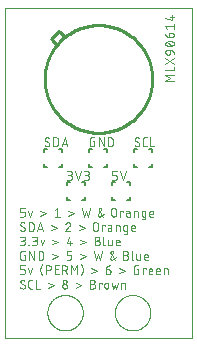
<source format=gto>
G04 EAGLE Gerber RS-274X export*
G75*
%MOMM*%
%FSLAX34Y34*%
%LPD*%
%INSilk top*%
%IPPOS*%
%AMOC8*
5,1,8,0,0,1.08239X$1,22.5*%
G01*
%ADD10C,0.000000*%
%ADD11C,0.076200*%
%ADD12C,0.254000*%
%ADD13C,0.152400*%


D10*
X845725Y656175D02*
X845730Y656543D01*
X845743Y656911D01*
X845766Y657278D01*
X845797Y657645D01*
X845838Y658011D01*
X845887Y658376D01*
X845946Y658739D01*
X846013Y659101D01*
X846089Y659462D01*
X846175Y659820D01*
X846268Y660176D01*
X846371Y660529D01*
X846482Y660880D01*
X846602Y661228D01*
X846730Y661573D01*
X846867Y661915D01*
X847012Y662254D01*
X847165Y662588D01*
X847327Y662919D01*
X847496Y663246D01*
X847674Y663568D01*
X847859Y663887D01*
X848052Y664200D01*
X848253Y664509D01*
X848461Y664812D01*
X848677Y665110D01*
X848900Y665403D01*
X849130Y665691D01*
X849367Y665973D01*
X849611Y666248D01*
X849861Y666518D01*
X850118Y666782D01*
X850382Y667039D01*
X850652Y667289D01*
X850927Y667533D01*
X851209Y667770D01*
X851497Y668000D01*
X851790Y668223D01*
X852088Y668439D01*
X852391Y668647D01*
X852700Y668848D01*
X853013Y669041D01*
X853332Y669226D01*
X853654Y669404D01*
X853981Y669573D01*
X854312Y669735D01*
X854646Y669888D01*
X854985Y670033D01*
X855327Y670170D01*
X855672Y670298D01*
X856020Y670418D01*
X856371Y670529D01*
X856724Y670632D01*
X857080Y670725D01*
X857438Y670811D01*
X857799Y670887D01*
X858161Y670954D01*
X858524Y671013D01*
X858889Y671062D01*
X859255Y671103D01*
X859622Y671134D01*
X859989Y671157D01*
X860357Y671170D01*
X860725Y671175D01*
X861093Y671170D01*
X861461Y671157D01*
X861828Y671134D01*
X862195Y671103D01*
X862561Y671062D01*
X862926Y671013D01*
X863289Y670954D01*
X863651Y670887D01*
X864012Y670811D01*
X864370Y670725D01*
X864726Y670632D01*
X865079Y670529D01*
X865430Y670418D01*
X865778Y670298D01*
X866123Y670170D01*
X866465Y670033D01*
X866804Y669888D01*
X867138Y669735D01*
X867469Y669573D01*
X867796Y669404D01*
X868118Y669226D01*
X868437Y669041D01*
X868750Y668848D01*
X869059Y668647D01*
X869362Y668439D01*
X869660Y668223D01*
X869953Y668000D01*
X870241Y667770D01*
X870523Y667533D01*
X870798Y667289D01*
X871068Y667039D01*
X871332Y666782D01*
X871589Y666518D01*
X871839Y666248D01*
X872083Y665973D01*
X872320Y665691D01*
X872550Y665403D01*
X872773Y665110D01*
X872989Y664812D01*
X873197Y664509D01*
X873398Y664200D01*
X873591Y663887D01*
X873776Y663568D01*
X873954Y663246D01*
X874123Y662919D01*
X874285Y662588D01*
X874438Y662254D01*
X874583Y661915D01*
X874720Y661573D01*
X874848Y661228D01*
X874968Y660880D01*
X875079Y660529D01*
X875182Y660176D01*
X875275Y659820D01*
X875361Y659462D01*
X875437Y659101D01*
X875504Y658739D01*
X875563Y658376D01*
X875612Y658011D01*
X875653Y657645D01*
X875684Y657278D01*
X875707Y656911D01*
X875720Y656543D01*
X875725Y656175D01*
X875720Y655807D01*
X875707Y655439D01*
X875684Y655072D01*
X875653Y654705D01*
X875612Y654339D01*
X875563Y653974D01*
X875504Y653611D01*
X875437Y653249D01*
X875361Y652888D01*
X875275Y652530D01*
X875182Y652174D01*
X875079Y651821D01*
X874968Y651470D01*
X874848Y651122D01*
X874720Y650777D01*
X874583Y650435D01*
X874438Y650096D01*
X874285Y649762D01*
X874123Y649431D01*
X873954Y649104D01*
X873776Y648782D01*
X873591Y648463D01*
X873398Y648150D01*
X873197Y647841D01*
X872989Y647538D01*
X872773Y647240D01*
X872550Y646947D01*
X872320Y646659D01*
X872083Y646377D01*
X871839Y646102D01*
X871589Y645832D01*
X871332Y645568D01*
X871068Y645311D01*
X870798Y645061D01*
X870523Y644817D01*
X870241Y644580D01*
X869953Y644350D01*
X869660Y644127D01*
X869362Y643911D01*
X869059Y643703D01*
X868750Y643502D01*
X868437Y643309D01*
X868118Y643124D01*
X867796Y642946D01*
X867469Y642777D01*
X867138Y642615D01*
X866804Y642462D01*
X866465Y642317D01*
X866123Y642180D01*
X865778Y642052D01*
X865430Y641932D01*
X865079Y641821D01*
X864726Y641718D01*
X864370Y641625D01*
X864012Y641539D01*
X863651Y641463D01*
X863289Y641396D01*
X862926Y641337D01*
X862561Y641288D01*
X862195Y641247D01*
X861828Y641216D01*
X861461Y641193D01*
X861093Y641180D01*
X860725Y641175D01*
X860357Y641180D01*
X859989Y641193D01*
X859622Y641216D01*
X859255Y641247D01*
X858889Y641288D01*
X858524Y641337D01*
X858161Y641396D01*
X857799Y641463D01*
X857438Y641539D01*
X857080Y641625D01*
X856724Y641718D01*
X856371Y641821D01*
X856020Y641932D01*
X855672Y642052D01*
X855327Y642180D01*
X854985Y642317D01*
X854646Y642462D01*
X854312Y642615D01*
X853981Y642777D01*
X853654Y642946D01*
X853332Y643124D01*
X853013Y643309D01*
X852700Y643502D01*
X852391Y643703D01*
X852088Y643911D01*
X851790Y644127D01*
X851497Y644350D01*
X851209Y644580D01*
X850927Y644817D01*
X850652Y645061D01*
X850382Y645311D01*
X850118Y645568D01*
X849861Y645832D01*
X849611Y646102D01*
X849367Y646377D01*
X849130Y646659D01*
X848900Y646947D01*
X848677Y647240D01*
X848461Y647538D01*
X848253Y647841D01*
X848052Y648150D01*
X847859Y648463D01*
X847674Y648782D01*
X847496Y649104D01*
X847327Y649431D01*
X847165Y649762D01*
X847012Y650096D01*
X846867Y650435D01*
X846730Y650777D01*
X846602Y651122D01*
X846482Y651470D01*
X846371Y651821D01*
X846268Y652174D01*
X846175Y652530D01*
X846089Y652888D01*
X846013Y653249D01*
X845946Y653611D01*
X845887Y653974D01*
X845838Y654339D01*
X845797Y654705D01*
X845766Y655072D01*
X845743Y655439D01*
X845730Y655807D01*
X845725Y656175D01*
X902875Y656175D02*
X902880Y656543D01*
X902893Y656911D01*
X902916Y657278D01*
X902947Y657645D01*
X902988Y658011D01*
X903037Y658376D01*
X903096Y658739D01*
X903163Y659101D01*
X903239Y659462D01*
X903325Y659820D01*
X903418Y660176D01*
X903521Y660529D01*
X903632Y660880D01*
X903752Y661228D01*
X903880Y661573D01*
X904017Y661915D01*
X904162Y662254D01*
X904315Y662588D01*
X904477Y662919D01*
X904646Y663246D01*
X904824Y663568D01*
X905009Y663887D01*
X905202Y664200D01*
X905403Y664509D01*
X905611Y664812D01*
X905827Y665110D01*
X906050Y665403D01*
X906280Y665691D01*
X906517Y665973D01*
X906761Y666248D01*
X907011Y666518D01*
X907268Y666782D01*
X907532Y667039D01*
X907802Y667289D01*
X908077Y667533D01*
X908359Y667770D01*
X908647Y668000D01*
X908940Y668223D01*
X909238Y668439D01*
X909541Y668647D01*
X909850Y668848D01*
X910163Y669041D01*
X910482Y669226D01*
X910804Y669404D01*
X911131Y669573D01*
X911462Y669735D01*
X911796Y669888D01*
X912135Y670033D01*
X912477Y670170D01*
X912822Y670298D01*
X913170Y670418D01*
X913521Y670529D01*
X913874Y670632D01*
X914230Y670725D01*
X914588Y670811D01*
X914949Y670887D01*
X915311Y670954D01*
X915674Y671013D01*
X916039Y671062D01*
X916405Y671103D01*
X916772Y671134D01*
X917139Y671157D01*
X917507Y671170D01*
X917875Y671175D01*
X918243Y671170D01*
X918611Y671157D01*
X918978Y671134D01*
X919345Y671103D01*
X919711Y671062D01*
X920076Y671013D01*
X920439Y670954D01*
X920801Y670887D01*
X921162Y670811D01*
X921520Y670725D01*
X921876Y670632D01*
X922229Y670529D01*
X922580Y670418D01*
X922928Y670298D01*
X923273Y670170D01*
X923615Y670033D01*
X923954Y669888D01*
X924288Y669735D01*
X924619Y669573D01*
X924946Y669404D01*
X925268Y669226D01*
X925587Y669041D01*
X925900Y668848D01*
X926209Y668647D01*
X926512Y668439D01*
X926810Y668223D01*
X927103Y668000D01*
X927391Y667770D01*
X927673Y667533D01*
X927948Y667289D01*
X928218Y667039D01*
X928482Y666782D01*
X928739Y666518D01*
X928989Y666248D01*
X929233Y665973D01*
X929470Y665691D01*
X929700Y665403D01*
X929923Y665110D01*
X930139Y664812D01*
X930347Y664509D01*
X930548Y664200D01*
X930741Y663887D01*
X930926Y663568D01*
X931104Y663246D01*
X931273Y662919D01*
X931435Y662588D01*
X931588Y662254D01*
X931733Y661915D01*
X931870Y661573D01*
X931998Y661228D01*
X932118Y660880D01*
X932229Y660529D01*
X932332Y660176D01*
X932425Y659820D01*
X932511Y659462D01*
X932587Y659101D01*
X932654Y658739D01*
X932713Y658376D01*
X932762Y658011D01*
X932803Y657645D01*
X932834Y657278D01*
X932857Y656911D01*
X932870Y656543D01*
X932875Y656175D01*
X932870Y655807D01*
X932857Y655439D01*
X932834Y655072D01*
X932803Y654705D01*
X932762Y654339D01*
X932713Y653974D01*
X932654Y653611D01*
X932587Y653249D01*
X932511Y652888D01*
X932425Y652530D01*
X932332Y652174D01*
X932229Y651821D01*
X932118Y651470D01*
X931998Y651122D01*
X931870Y650777D01*
X931733Y650435D01*
X931588Y650096D01*
X931435Y649762D01*
X931273Y649431D01*
X931104Y649104D01*
X930926Y648782D01*
X930741Y648463D01*
X930548Y648150D01*
X930347Y647841D01*
X930139Y647538D01*
X929923Y647240D01*
X929700Y646947D01*
X929470Y646659D01*
X929233Y646377D01*
X928989Y646102D01*
X928739Y645832D01*
X928482Y645568D01*
X928218Y645311D01*
X927948Y645061D01*
X927673Y644817D01*
X927391Y644580D01*
X927103Y644350D01*
X926810Y644127D01*
X926512Y643911D01*
X926209Y643703D01*
X925900Y643502D01*
X925587Y643309D01*
X925268Y643124D01*
X924946Y642946D01*
X924619Y642777D01*
X924288Y642615D01*
X923954Y642462D01*
X923615Y642317D01*
X923273Y642180D01*
X922928Y642052D01*
X922580Y641932D01*
X922229Y641821D01*
X921876Y641718D01*
X921520Y641625D01*
X921162Y641539D01*
X920801Y641463D01*
X920439Y641396D01*
X920076Y641337D01*
X919711Y641288D01*
X919345Y641247D01*
X918978Y641216D01*
X918611Y641193D01*
X918243Y641180D01*
X917875Y641175D01*
X917507Y641180D01*
X917139Y641193D01*
X916772Y641216D01*
X916405Y641247D01*
X916039Y641288D01*
X915674Y641337D01*
X915311Y641396D01*
X914949Y641463D01*
X914588Y641539D01*
X914230Y641625D01*
X913874Y641718D01*
X913521Y641821D01*
X913170Y641932D01*
X912822Y642052D01*
X912477Y642180D01*
X912135Y642317D01*
X911796Y642462D01*
X911462Y642615D01*
X911131Y642777D01*
X910804Y642946D01*
X910482Y643124D01*
X910163Y643309D01*
X909850Y643502D01*
X909541Y643703D01*
X909238Y643911D01*
X908940Y644127D01*
X908647Y644350D01*
X908359Y644580D01*
X908077Y644817D01*
X907802Y645061D01*
X907532Y645311D01*
X907268Y645568D01*
X907011Y645832D01*
X906761Y646102D01*
X906517Y646377D01*
X906280Y646659D01*
X906050Y646947D01*
X905827Y647240D01*
X905611Y647538D01*
X905403Y647841D01*
X905202Y648150D01*
X905009Y648463D01*
X904824Y648782D01*
X904646Y649104D01*
X904477Y649431D01*
X904315Y649762D01*
X904162Y650096D01*
X904017Y650435D01*
X903880Y650777D01*
X903752Y651122D01*
X903632Y651470D01*
X903521Y651821D01*
X903418Y652174D01*
X903325Y652530D01*
X903239Y652888D01*
X903163Y653249D01*
X903096Y653611D01*
X903037Y653974D01*
X902988Y654339D01*
X902947Y654705D01*
X902916Y655072D01*
X902893Y655439D01*
X902880Y655807D01*
X902875Y656175D01*
X968375Y914400D02*
X809625Y914400D01*
X809625Y635000D01*
D11*
X862394Y768731D02*
X864440Y768731D01*
X864529Y768733D01*
X864618Y768739D01*
X864707Y768749D01*
X864795Y768762D01*
X864883Y768779D01*
X864970Y768801D01*
X865055Y768826D01*
X865140Y768854D01*
X865223Y768887D01*
X865305Y768923D01*
X865385Y768962D01*
X865463Y769005D01*
X865539Y769051D01*
X865614Y769101D01*
X865686Y769154D01*
X865755Y769210D01*
X865822Y769269D01*
X865887Y769330D01*
X865948Y769395D01*
X866007Y769462D01*
X866063Y769531D01*
X866116Y769603D01*
X866166Y769678D01*
X866212Y769754D01*
X866255Y769832D01*
X866294Y769912D01*
X866330Y769994D01*
X866363Y770077D01*
X866391Y770162D01*
X866416Y770247D01*
X866438Y770334D01*
X866455Y770422D01*
X866468Y770510D01*
X866478Y770599D01*
X866484Y770688D01*
X866486Y770777D01*
X866484Y770866D01*
X866478Y770955D01*
X866468Y771044D01*
X866455Y771132D01*
X866438Y771220D01*
X866416Y771307D01*
X866391Y771392D01*
X866363Y771477D01*
X866330Y771560D01*
X866294Y771642D01*
X866255Y771722D01*
X866212Y771800D01*
X866166Y771876D01*
X866116Y771951D01*
X866063Y772023D01*
X866007Y772092D01*
X865948Y772159D01*
X865887Y772224D01*
X865822Y772285D01*
X865755Y772344D01*
X865686Y772400D01*
X865614Y772453D01*
X865539Y772503D01*
X865463Y772549D01*
X865385Y772592D01*
X865305Y772631D01*
X865223Y772667D01*
X865140Y772700D01*
X865055Y772728D01*
X864970Y772753D01*
X864883Y772775D01*
X864795Y772792D01*
X864707Y772805D01*
X864618Y772815D01*
X864529Y772821D01*
X864440Y772823D01*
X864849Y776097D02*
X862394Y776097D01*
X864849Y776097D02*
X864928Y776095D01*
X865007Y776089D01*
X865086Y776080D01*
X865164Y776067D01*
X865241Y776049D01*
X865317Y776029D01*
X865392Y776004D01*
X865466Y775976D01*
X865539Y775945D01*
X865610Y775909D01*
X865679Y775871D01*
X865746Y775829D01*
X865811Y775784D01*
X865874Y775736D01*
X865935Y775685D01*
X865992Y775631D01*
X866048Y775575D01*
X866100Y775516D01*
X866150Y775454D01*
X866196Y775390D01*
X866240Y775324D01*
X866280Y775256D01*
X866316Y775186D01*
X866350Y775114D01*
X866380Y775040D01*
X866406Y774966D01*
X866429Y774890D01*
X866447Y774813D01*
X866463Y774736D01*
X866474Y774657D01*
X866482Y774579D01*
X866486Y774500D01*
X866486Y774420D01*
X866482Y774341D01*
X866474Y774263D01*
X866463Y774184D01*
X866447Y774107D01*
X866429Y774030D01*
X866406Y773954D01*
X866380Y773880D01*
X866350Y773806D01*
X866316Y773734D01*
X866280Y773664D01*
X866240Y773596D01*
X866196Y773530D01*
X866150Y773466D01*
X866100Y773404D01*
X866048Y773345D01*
X865992Y773289D01*
X865935Y773235D01*
X865874Y773184D01*
X865811Y773136D01*
X865746Y773091D01*
X865679Y773049D01*
X865610Y773011D01*
X865539Y772975D01*
X865466Y772944D01*
X865392Y772916D01*
X865317Y772891D01*
X865241Y772871D01*
X865164Y772853D01*
X865086Y772840D01*
X865007Y772831D01*
X864928Y772825D01*
X864849Y772823D01*
X863212Y772823D01*
X869299Y776097D02*
X871755Y768731D01*
X874210Y776097D01*
X877024Y768731D02*
X879070Y768731D01*
X879159Y768733D01*
X879248Y768739D01*
X879337Y768749D01*
X879425Y768762D01*
X879513Y768779D01*
X879600Y768801D01*
X879685Y768826D01*
X879770Y768854D01*
X879853Y768887D01*
X879935Y768923D01*
X880015Y768962D01*
X880093Y769005D01*
X880169Y769051D01*
X880244Y769101D01*
X880316Y769154D01*
X880385Y769210D01*
X880452Y769269D01*
X880517Y769330D01*
X880578Y769395D01*
X880637Y769462D01*
X880693Y769531D01*
X880746Y769603D01*
X880796Y769678D01*
X880842Y769754D01*
X880885Y769832D01*
X880924Y769912D01*
X880960Y769994D01*
X880993Y770077D01*
X881021Y770162D01*
X881046Y770247D01*
X881068Y770334D01*
X881085Y770422D01*
X881098Y770510D01*
X881108Y770599D01*
X881114Y770688D01*
X881116Y770777D01*
X881114Y770866D01*
X881108Y770955D01*
X881098Y771044D01*
X881085Y771132D01*
X881068Y771220D01*
X881046Y771307D01*
X881021Y771392D01*
X880993Y771477D01*
X880960Y771560D01*
X880924Y771642D01*
X880885Y771722D01*
X880842Y771800D01*
X880796Y771876D01*
X880746Y771951D01*
X880693Y772023D01*
X880637Y772092D01*
X880578Y772159D01*
X880517Y772224D01*
X880452Y772285D01*
X880385Y772344D01*
X880316Y772400D01*
X880244Y772453D01*
X880169Y772503D01*
X880093Y772549D01*
X880015Y772592D01*
X879935Y772631D01*
X879853Y772667D01*
X879770Y772700D01*
X879685Y772728D01*
X879600Y772753D01*
X879513Y772775D01*
X879425Y772792D01*
X879337Y772805D01*
X879248Y772815D01*
X879159Y772821D01*
X879070Y772823D01*
X879479Y776097D02*
X877024Y776097D01*
X879479Y776097D02*
X879558Y776095D01*
X879637Y776089D01*
X879716Y776080D01*
X879794Y776067D01*
X879871Y776049D01*
X879947Y776029D01*
X880022Y776004D01*
X880096Y775976D01*
X880169Y775945D01*
X880240Y775909D01*
X880309Y775871D01*
X880376Y775829D01*
X880441Y775784D01*
X880504Y775736D01*
X880565Y775685D01*
X880622Y775631D01*
X880678Y775575D01*
X880730Y775516D01*
X880780Y775454D01*
X880826Y775390D01*
X880870Y775324D01*
X880910Y775256D01*
X880946Y775186D01*
X880980Y775114D01*
X881010Y775040D01*
X881036Y774966D01*
X881059Y774890D01*
X881077Y774813D01*
X881093Y774736D01*
X881104Y774657D01*
X881112Y774579D01*
X881116Y774500D01*
X881116Y774420D01*
X881112Y774341D01*
X881104Y774263D01*
X881093Y774184D01*
X881077Y774107D01*
X881059Y774030D01*
X881036Y773954D01*
X881010Y773880D01*
X880980Y773806D01*
X880946Y773734D01*
X880910Y773664D01*
X880870Y773596D01*
X880826Y773530D01*
X880780Y773466D01*
X880730Y773404D01*
X880678Y773345D01*
X880622Y773289D01*
X880565Y773235D01*
X880504Y773184D01*
X880441Y773136D01*
X880376Y773091D01*
X880309Y773049D01*
X880240Y773011D01*
X880169Y772975D01*
X880096Y772944D01*
X880022Y772916D01*
X879947Y772891D01*
X879871Y772871D01*
X879794Y772853D01*
X879716Y772840D01*
X879637Y772831D01*
X879558Y772825D01*
X879479Y772823D01*
X877842Y772823D01*
X900494Y768731D02*
X902949Y768731D01*
X903027Y768733D01*
X903105Y768738D01*
X903182Y768748D01*
X903259Y768761D01*
X903335Y768777D01*
X903410Y768797D01*
X903484Y768821D01*
X903557Y768848D01*
X903629Y768879D01*
X903699Y768913D01*
X903768Y768950D01*
X903834Y768991D01*
X903899Y769035D01*
X903961Y769081D01*
X904021Y769131D01*
X904079Y769183D01*
X904134Y769238D01*
X904186Y769296D01*
X904236Y769356D01*
X904282Y769418D01*
X904326Y769483D01*
X904367Y769550D01*
X904404Y769618D01*
X904438Y769688D01*
X904469Y769760D01*
X904496Y769833D01*
X904520Y769907D01*
X904540Y769982D01*
X904556Y770058D01*
X904569Y770135D01*
X904579Y770212D01*
X904584Y770290D01*
X904586Y770368D01*
X904586Y771186D01*
X904584Y771264D01*
X904579Y771342D01*
X904569Y771419D01*
X904556Y771496D01*
X904540Y771572D01*
X904520Y771647D01*
X904496Y771721D01*
X904469Y771794D01*
X904438Y771866D01*
X904404Y771936D01*
X904367Y772005D01*
X904326Y772071D01*
X904282Y772136D01*
X904236Y772198D01*
X904186Y772258D01*
X904134Y772316D01*
X904079Y772371D01*
X904021Y772423D01*
X903961Y772473D01*
X903899Y772519D01*
X903834Y772563D01*
X903768Y772604D01*
X903699Y772641D01*
X903629Y772675D01*
X903557Y772706D01*
X903484Y772733D01*
X903410Y772757D01*
X903335Y772777D01*
X903259Y772793D01*
X903182Y772806D01*
X903105Y772816D01*
X903027Y772821D01*
X902949Y772823D01*
X900494Y772823D01*
X900494Y776097D01*
X904586Y776097D01*
X907399Y776097D02*
X909855Y768731D01*
X912310Y776097D01*
X847436Y798943D02*
X847434Y798865D01*
X847429Y798787D01*
X847419Y798710D01*
X847406Y798633D01*
X847390Y798557D01*
X847370Y798482D01*
X847346Y798408D01*
X847319Y798335D01*
X847288Y798263D01*
X847254Y798193D01*
X847217Y798125D01*
X847176Y798058D01*
X847132Y797993D01*
X847086Y797931D01*
X847036Y797871D01*
X846984Y797813D01*
X846929Y797758D01*
X846871Y797706D01*
X846811Y797656D01*
X846749Y797610D01*
X846684Y797566D01*
X846618Y797525D01*
X846549Y797488D01*
X846479Y797454D01*
X846407Y797423D01*
X846334Y797396D01*
X846260Y797372D01*
X846185Y797352D01*
X846109Y797336D01*
X846032Y797323D01*
X845955Y797313D01*
X845877Y797308D01*
X845799Y797306D01*
X845685Y797308D01*
X845572Y797313D01*
X845458Y797323D01*
X845345Y797336D01*
X845233Y797353D01*
X845121Y797373D01*
X845010Y797397D01*
X844899Y797425D01*
X844790Y797456D01*
X844682Y797491D01*
X844575Y797530D01*
X844469Y797572D01*
X844365Y797617D01*
X844262Y797666D01*
X844161Y797719D01*
X844062Y797774D01*
X843964Y797833D01*
X843869Y797895D01*
X843776Y797960D01*
X843684Y798028D01*
X843596Y798099D01*
X843509Y798173D01*
X843425Y798250D01*
X843344Y798329D01*
X843548Y803035D02*
X843550Y803113D01*
X843555Y803191D01*
X843565Y803268D01*
X843578Y803345D01*
X843594Y803421D01*
X843614Y803496D01*
X843638Y803570D01*
X843665Y803643D01*
X843696Y803715D01*
X843730Y803785D01*
X843767Y803854D01*
X843808Y803920D01*
X843852Y803985D01*
X843898Y804047D01*
X843948Y804107D01*
X844000Y804165D01*
X844055Y804220D01*
X844113Y804272D01*
X844173Y804322D01*
X844235Y804368D01*
X844300Y804412D01*
X844367Y804453D01*
X844435Y804490D01*
X844505Y804524D01*
X844577Y804555D01*
X844650Y804582D01*
X844724Y804606D01*
X844799Y804626D01*
X844875Y804642D01*
X844952Y804655D01*
X845029Y804665D01*
X845107Y804670D01*
X845185Y804672D01*
X845295Y804670D01*
X845404Y804664D01*
X845514Y804654D01*
X845622Y804641D01*
X845731Y804623D01*
X845838Y804602D01*
X845945Y804576D01*
X846051Y804547D01*
X846156Y804515D01*
X846259Y804478D01*
X846361Y804438D01*
X846462Y804394D01*
X846561Y804346D01*
X846658Y804296D01*
X846753Y804241D01*
X846846Y804183D01*
X846937Y804122D01*
X847026Y804058D01*
X844367Y801602D02*
X844300Y801644D01*
X844235Y801688D01*
X844173Y801736D01*
X844113Y801786D01*
X844055Y801839D01*
X844000Y801895D01*
X843948Y801954D01*
X843898Y802014D01*
X843851Y802078D01*
X843808Y802143D01*
X843767Y802210D01*
X843730Y802279D01*
X843696Y802350D01*
X843665Y802422D01*
X843638Y802496D01*
X843614Y802570D01*
X843594Y802646D01*
X843578Y802723D01*
X843565Y802800D01*
X843555Y802878D01*
X843550Y802957D01*
X843548Y803035D01*
X846617Y800375D02*
X846683Y800333D01*
X846748Y800289D01*
X846810Y800242D01*
X846870Y800191D01*
X846928Y800138D01*
X846983Y800082D01*
X847036Y800024D01*
X847085Y799963D01*
X847132Y799900D01*
X847175Y799835D01*
X847216Y799768D01*
X847253Y799699D01*
X847287Y799628D01*
X847318Y799556D01*
X847345Y799482D01*
X847369Y799407D01*
X847389Y799332D01*
X847405Y799255D01*
X847418Y799178D01*
X847428Y799100D01*
X847433Y799021D01*
X847435Y798943D01*
X846617Y800375D02*
X844367Y801603D01*
X850659Y804672D02*
X850659Y797306D01*
X850659Y804672D02*
X852705Y804672D01*
X852794Y804670D01*
X852883Y804664D01*
X852972Y804654D01*
X853060Y804641D01*
X853148Y804624D01*
X853235Y804602D01*
X853320Y804577D01*
X853405Y804549D01*
X853488Y804516D01*
X853570Y804480D01*
X853650Y804441D01*
X853728Y804398D01*
X853804Y804352D01*
X853879Y804302D01*
X853951Y804249D01*
X854020Y804193D01*
X854087Y804134D01*
X854152Y804073D01*
X854213Y804008D01*
X854272Y803941D01*
X854328Y803872D01*
X854381Y803800D01*
X854431Y803725D01*
X854477Y803649D01*
X854520Y803571D01*
X854559Y803491D01*
X854595Y803409D01*
X854628Y803326D01*
X854656Y803241D01*
X854681Y803156D01*
X854703Y803069D01*
X854720Y802981D01*
X854733Y802893D01*
X854743Y802804D01*
X854749Y802715D01*
X854751Y802626D01*
X854751Y799352D01*
X854749Y799263D01*
X854743Y799174D01*
X854733Y799085D01*
X854720Y798997D01*
X854703Y798909D01*
X854681Y798822D01*
X854656Y798737D01*
X854628Y798652D01*
X854595Y798569D01*
X854559Y798487D01*
X854520Y798407D01*
X854477Y798329D01*
X854431Y798253D01*
X854381Y798178D01*
X854328Y798106D01*
X854272Y798037D01*
X854213Y797970D01*
X854152Y797905D01*
X854087Y797844D01*
X854020Y797785D01*
X853951Y797729D01*
X853879Y797676D01*
X853804Y797626D01*
X853728Y797580D01*
X853650Y797537D01*
X853570Y797498D01*
X853488Y797462D01*
X853405Y797429D01*
X853320Y797401D01*
X853235Y797376D01*
X853148Y797354D01*
X853060Y797337D01*
X852972Y797324D01*
X852883Y797314D01*
X852794Y797308D01*
X852705Y797306D01*
X850659Y797306D01*
X857808Y797306D02*
X860264Y804672D01*
X862719Y797306D01*
X862105Y799148D02*
X858422Y799148D01*
X921999Y797306D02*
X922077Y797308D01*
X922155Y797313D01*
X922232Y797323D01*
X922309Y797336D01*
X922385Y797352D01*
X922460Y797372D01*
X922534Y797396D01*
X922607Y797423D01*
X922679Y797454D01*
X922749Y797488D01*
X922818Y797525D01*
X922884Y797566D01*
X922949Y797610D01*
X923011Y797656D01*
X923071Y797706D01*
X923129Y797758D01*
X923184Y797813D01*
X923236Y797871D01*
X923286Y797931D01*
X923332Y797993D01*
X923376Y798058D01*
X923417Y798125D01*
X923454Y798193D01*
X923488Y798263D01*
X923519Y798335D01*
X923546Y798408D01*
X923570Y798482D01*
X923590Y798557D01*
X923606Y798633D01*
X923619Y798710D01*
X923629Y798787D01*
X923634Y798865D01*
X923636Y798943D01*
X921999Y797306D02*
X921885Y797308D01*
X921772Y797313D01*
X921658Y797323D01*
X921545Y797336D01*
X921433Y797353D01*
X921321Y797373D01*
X921210Y797397D01*
X921099Y797425D01*
X920990Y797456D01*
X920882Y797491D01*
X920775Y797530D01*
X920669Y797572D01*
X920565Y797617D01*
X920462Y797666D01*
X920361Y797719D01*
X920262Y797774D01*
X920164Y797833D01*
X920069Y797895D01*
X919976Y797960D01*
X919884Y798028D01*
X919796Y798099D01*
X919709Y798173D01*
X919625Y798250D01*
X919544Y798329D01*
X919748Y803035D02*
X919750Y803113D01*
X919755Y803191D01*
X919765Y803268D01*
X919778Y803345D01*
X919794Y803421D01*
X919814Y803496D01*
X919838Y803570D01*
X919865Y803643D01*
X919896Y803715D01*
X919930Y803785D01*
X919967Y803854D01*
X920008Y803920D01*
X920052Y803985D01*
X920098Y804047D01*
X920148Y804107D01*
X920200Y804165D01*
X920255Y804220D01*
X920313Y804272D01*
X920373Y804322D01*
X920435Y804368D01*
X920500Y804412D01*
X920567Y804453D01*
X920635Y804490D01*
X920705Y804524D01*
X920777Y804555D01*
X920850Y804582D01*
X920924Y804606D01*
X920999Y804626D01*
X921075Y804642D01*
X921152Y804655D01*
X921229Y804665D01*
X921307Y804670D01*
X921385Y804672D01*
X921495Y804670D01*
X921604Y804664D01*
X921714Y804654D01*
X921822Y804641D01*
X921931Y804623D01*
X922038Y804602D01*
X922145Y804576D01*
X922251Y804547D01*
X922356Y804515D01*
X922459Y804478D01*
X922561Y804438D01*
X922662Y804394D01*
X922761Y804346D01*
X922858Y804296D01*
X922953Y804241D01*
X923046Y804183D01*
X923137Y804122D01*
X923226Y804058D01*
X920567Y801602D02*
X920500Y801644D01*
X920435Y801688D01*
X920373Y801736D01*
X920313Y801786D01*
X920255Y801839D01*
X920200Y801895D01*
X920148Y801954D01*
X920098Y802014D01*
X920051Y802078D01*
X920008Y802143D01*
X919967Y802210D01*
X919930Y802279D01*
X919896Y802350D01*
X919865Y802422D01*
X919838Y802496D01*
X919814Y802570D01*
X919794Y802646D01*
X919778Y802723D01*
X919765Y802800D01*
X919755Y802878D01*
X919750Y802957D01*
X919748Y803035D01*
X922817Y800375D02*
X922883Y800333D01*
X922948Y800289D01*
X923010Y800242D01*
X923070Y800191D01*
X923128Y800138D01*
X923183Y800082D01*
X923236Y800024D01*
X923285Y799963D01*
X923332Y799900D01*
X923375Y799835D01*
X923416Y799768D01*
X923453Y799699D01*
X923487Y799628D01*
X923518Y799556D01*
X923545Y799482D01*
X923569Y799407D01*
X923589Y799332D01*
X923605Y799255D01*
X923618Y799178D01*
X923628Y799100D01*
X923633Y799021D01*
X923635Y798943D01*
X922817Y800375D02*
X920567Y801603D01*
X928229Y797306D02*
X929866Y797306D01*
X928229Y797306D02*
X928151Y797308D01*
X928073Y797313D01*
X927996Y797323D01*
X927919Y797336D01*
X927843Y797352D01*
X927768Y797372D01*
X927694Y797396D01*
X927621Y797423D01*
X927549Y797454D01*
X927479Y797488D01*
X927411Y797525D01*
X927344Y797566D01*
X927279Y797610D01*
X927217Y797656D01*
X927157Y797706D01*
X927099Y797758D01*
X927044Y797813D01*
X926992Y797871D01*
X926942Y797931D01*
X926896Y797993D01*
X926852Y798058D01*
X926811Y798125D01*
X926774Y798193D01*
X926740Y798263D01*
X926709Y798335D01*
X926682Y798408D01*
X926658Y798482D01*
X926638Y798557D01*
X926622Y798633D01*
X926609Y798710D01*
X926599Y798787D01*
X926594Y798865D01*
X926592Y798943D01*
X926592Y803035D01*
X926594Y803115D01*
X926600Y803195D01*
X926610Y803275D01*
X926623Y803354D01*
X926641Y803433D01*
X926662Y803510D01*
X926688Y803586D01*
X926717Y803661D01*
X926749Y803735D01*
X926785Y803807D01*
X926825Y803877D01*
X926868Y803944D01*
X926914Y804010D01*
X926964Y804073D01*
X927016Y804134D01*
X927071Y804193D01*
X927130Y804248D01*
X927190Y804300D01*
X927254Y804350D01*
X927320Y804396D01*
X927387Y804439D01*
X927457Y804479D01*
X927529Y804515D01*
X927603Y804547D01*
X927677Y804576D01*
X927754Y804602D01*
X927831Y804623D01*
X927910Y804641D01*
X927989Y804654D01*
X928069Y804664D01*
X928149Y804670D01*
X928229Y804672D01*
X929866Y804672D01*
X932970Y804672D02*
X932970Y797306D01*
X936244Y797306D01*
X885536Y801398D02*
X884308Y801398D01*
X885536Y801398D02*
X885536Y797306D01*
X883080Y797306D01*
X883002Y797308D01*
X882924Y797313D01*
X882847Y797323D01*
X882770Y797336D01*
X882694Y797352D01*
X882619Y797372D01*
X882545Y797396D01*
X882472Y797423D01*
X882400Y797454D01*
X882330Y797488D01*
X882262Y797525D01*
X882195Y797566D01*
X882130Y797610D01*
X882068Y797656D01*
X882008Y797706D01*
X881950Y797758D01*
X881895Y797813D01*
X881843Y797871D01*
X881793Y797931D01*
X881747Y797993D01*
X881703Y798058D01*
X881662Y798125D01*
X881625Y798193D01*
X881591Y798263D01*
X881560Y798335D01*
X881533Y798408D01*
X881509Y798482D01*
X881489Y798557D01*
X881473Y798633D01*
X881460Y798710D01*
X881450Y798787D01*
X881445Y798865D01*
X881443Y798943D01*
X881444Y798943D02*
X881444Y803035D01*
X881443Y803035D02*
X881445Y803115D01*
X881451Y803195D01*
X881461Y803275D01*
X881474Y803354D01*
X881492Y803433D01*
X881513Y803510D01*
X881539Y803586D01*
X881568Y803661D01*
X881600Y803735D01*
X881636Y803807D01*
X881676Y803877D01*
X881719Y803944D01*
X881765Y804010D01*
X881815Y804073D01*
X881867Y804134D01*
X881922Y804193D01*
X881981Y804248D01*
X882041Y804300D01*
X882105Y804350D01*
X882171Y804396D01*
X882238Y804439D01*
X882308Y804479D01*
X882380Y804515D01*
X882454Y804547D01*
X882528Y804576D01*
X882605Y804602D01*
X882682Y804623D01*
X882761Y804641D01*
X882840Y804654D01*
X882920Y804664D01*
X883000Y804670D01*
X883080Y804672D01*
X885536Y804672D01*
X889246Y804672D02*
X889246Y797306D01*
X893339Y797306D02*
X889246Y804672D01*
X893339Y804672D02*
X893339Y797306D01*
X897049Y797306D02*
X897049Y804672D01*
X899095Y804672D01*
X899184Y804670D01*
X899273Y804664D01*
X899362Y804654D01*
X899450Y804641D01*
X899538Y804624D01*
X899625Y804602D01*
X899710Y804577D01*
X899795Y804549D01*
X899878Y804516D01*
X899960Y804480D01*
X900040Y804441D01*
X900118Y804398D01*
X900194Y804352D01*
X900269Y804302D01*
X900341Y804249D01*
X900410Y804193D01*
X900477Y804134D01*
X900542Y804073D01*
X900603Y804008D01*
X900662Y803941D01*
X900718Y803872D01*
X900771Y803800D01*
X900821Y803725D01*
X900867Y803649D01*
X900910Y803571D01*
X900949Y803491D01*
X900985Y803409D01*
X901018Y803326D01*
X901046Y803241D01*
X901071Y803156D01*
X901093Y803069D01*
X901110Y802981D01*
X901123Y802893D01*
X901133Y802804D01*
X901139Y802715D01*
X901141Y802626D01*
X901141Y799352D01*
X901139Y799263D01*
X901133Y799174D01*
X901123Y799085D01*
X901110Y798997D01*
X901093Y798909D01*
X901071Y798822D01*
X901046Y798737D01*
X901018Y798652D01*
X900985Y798569D01*
X900949Y798487D01*
X900910Y798407D01*
X900867Y798329D01*
X900821Y798253D01*
X900771Y798178D01*
X900718Y798106D01*
X900662Y798037D01*
X900603Y797970D01*
X900542Y797905D01*
X900477Y797844D01*
X900410Y797785D01*
X900341Y797729D01*
X900269Y797676D01*
X900194Y797626D01*
X900118Y797580D01*
X900040Y797537D01*
X899960Y797498D01*
X899878Y797462D01*
X899795Y797429D01*
X899710Y797401D01*
X899625Y797376D01*
X899538Y797354D01*
X899450Y797337D01*
X899362Y797324D01*
X899273Y797314D01*
X899184Y797308D01*
X899095Y797306D01*
X897049Y797306D01*
X825161Y737616D02*
X822706Y737616D01*
X825161Y737616D02*
X825239Y737618D01*
X825317Y737623D01*
X825394Y737633D01*
X825471Y737646D01*
X825547Y737662D01*
X825622Y737682D01*
X825696Y737706D01*
X825769Y737733D01*
X825841Y737764D01*
X825911Y737798D01*
X825980Y737835D01*
X826046Y737876D01*
X826111Y737920D01*
X826173Y737966D01*
X826233Y738016D01*
X826291Y738068D01*
X826346Y738123D01*
X826398Y738181D01*
X826448Y738241D01*
X826494Y738303D01*
X826538Y738368D01*
X826579Y738435D01*
X826616Y738503D01*
X826650Y738573D01*
X826681Y738645D01*
X826708Y738718D01*
X826732Y738792D01*
X826752Y738867D01*
X826768Y738943D01*
X826781Y739020D01*
X826791Y739097D01*
X826796Y739175D01*
X826798Y739253D01*
X826798Y740071D01*
X826796Y740149D01*
X826791Y740227D01*
X826781Y740304D01*
X826768Y740381D01*
X826752Y740457D01*
X826732Y740532D01*
X826708Y740606D01*
X826681Y740679D01*
X826650Y740751D01*
X826616Y740821D01*
X826579Y740890D01*
X826538Y740956D01*
X826494Y741021D01*
X826448Y741083D01*
X826398Y741143D01*
X826346Y741201D01*
X826291Y741256D01*
X826233Y741308D01*
X826173Y741358D01*
X826111Y741404D01*
X826046Y741448D01*
X825980Y741489D01*
X825911Y741526D01*
X825841Y741560D01*
X825769Y741591D01*
X825696Y741618D01*
X825622Y741642D01*
X825547Y741662D01*
X825471Y741678D01*
X825394Y741691D01*
X825317Y741701D01*
X825239Y741706D01*
X825161Y741708D01*
X822706Y741708D01*
X822706Y744982D01*
X826798Y744982D01*
X829699Y742527D02*
X831336Y737616D01*
X832973Y742527D01*
X839853Y742527D02*
X844764Y740481D01*
X839853Y738434D01*
X851967Y743345D02*
X854013Y744982D01*
X854013Y737616D01*
X851967Y737616D02*
X856059Y737616D01*
X863262Y742527D02*
X868173Y740481D01*
X863262Y738434D01*
X876760Y737616D02*
X875123Y744982D01*
X878397Y742527D02*
X876760Y737616D01*
X880034Y737616D02*
X878397Y742527D01*
X881671Y744982D02*
X880034Y737616D01*
X889344Y743140D02*
X889310Y743199D01*
X889279Y743259D01*
X889252Y743320D01*
X889228Y743384D01*
X889208Y743448D01*
X889191Y743513D01*
X889178Y743579D01*
X889169Y743646D01*
X889164Y743713D01*
X889162Y743781D01*
X889164Y743848D01*
X889170Y743916D01*
X889180Y743982D01*
X889193Y744048D01*
X889210Y744114D01*
X889231Y744178D01*
X889255Y744241D01*
X889283Y744302D01*
X889314Y744362D01*
X889348Y744420D01*
X889386Y744476D01*
X889426Y744530D01*
X889470Y744582D01*
X889516Y744630D01*
X889565Y744677D01*
X889617Y744720D01*
X889671Y744761D01*
X889727Y744798D01*
X889785Y744832D01*
X889845Y744863D01*
X889907Y744891D01*
X889970Y744915D01*
X890034Y744935D01*
X890099Y744952D01*
X890166Y744965D01*
X890232Y744974D01*
X890300Y744980D01*
X890367Y744982D01*
X889344Y743141D02*
X892823Y737616D01*
X891390Y743140D02*
X891424Y743199D01*
X891455Y743259D01*
X891482Y743320D01*
X891506Y743384D01*
X891526Y743448D01*
X891543Y743513D01*
X891556Y743579D01*
X891565Y743646D01*
X891570Y743713D01*
X891572Y743781D01*
X891570Y743848D01*
X891564Y743916D01*
X891554Y743982D01*
X891541Y744048D01*
X891524Y744114D01*
X891503Y744178D01*
X891479Y744241D01*
X891451Y744302D01*
X891420Y744362D01*
X891386Y744420D01*
X891348Y744476D01*
X891308Y744530D01*
X891264Y744582D01*
X891218Y744630D01*
X891169Y744677D01*
X891117Y744720D01*
X891063Y744761D01*
X891007Y744798D01*
X890949Y744832D01*
X890889Y744863D01*
X890827Y744891D01*
X890764Y744915D01*
X890700Y744935D01*
X890635Y744952D01*
X890568Y744965D01*
X890502Y744974D01*
X890434Y744980D01*
X890367Y744982D01*
X888730Y738844D02*
X888732Y738775D01*
X888738Y738707D01*
X888747Y738638D01*
X888761Y738571D01*
X888778Y738504D01*
X888799Y738438D01*
X888823Y738374D01*
X888852Y738311D01*
X888883Y738250D01*
X888918Y738191D01*
X888956Y738133D01*
X888998Y738078D01*
X889042Y738026D01*
X889090Y737976D01*
X889140Y737928D01*
X889192Y737884D01*
X889247Y737842D01*
X889305Y737804D01*
X889364Y737769D01*
X889425Y737738D01*
X889488Y737709D01*
X889552Y737685D01*
X889618Y737664D01*
X889685Y737647D01*
X889752Y737633D01*
X889821Y737624D01*
X889889Y737618D01*
X889958Y737616D01*
X888730Y738844D02*
X888732Y738904D01*
X888737Y738963D01*
X888746Y739023D01*
X888758Y739081D01*
X888773Y739139D01*
X888792Y739196D01*
X888815Y739251D01*
X888840Y739305D01*
X888869Y739358D01*
X888900Y739409D01*
X888935Y739458D01*
X891390Y743141D01*
X890572Y737821D02*
X890523Y737786D01*
X890472Y737755D01*
X890419Y737726D01*
X890365Y737701D01*
X890310Y737678D01*
X890253Y737659D01*
X890195Y737644D01*
X890137Y737632D01*
X890077Y737623D01*
X890018Y737618D01*
X889958Y737616D01*
X890572Y737821D02*
X893641Y740071D01*
X899759Y739662D02*
X899759Y742936D01*
X899761Y743025D01*
X899767Y743114D01*
X899777Y743203D01*
X899790Y743291D01*
X899807Y743379D01*
X899829Y743466D01*
X899854Y743551D01*
X899882Y743636D01*
X899915Y743719D01*
X899951Y743801D01*
X899990Y743881D01*
X900033Y743959D01*
X900079Y744035D01*
X900129Y744110D01*
X900182Y744182D01*
X900238Y744251D01*
X900297Y744318D01*
X900358Y744383D01*
X900423Y744444D01*
X900490Y744503D01*
X900559Y744559D01*
X900631Y744612D01*
X900706Y744662D01*
X900782Y744708D01*
X900860Y744751D01*
X900940Y744790D01*
X901022Y744826D01*
X901105Y744859D01*
X901190Y744887D01*
X901275Y744912D01*
X901362Y744934D01*
X901450Y744951D01*
X901538Y744964D01*
X901627Y744974D01*
X901716Y744980D01*
X901805Y744982D01*
X901894Y744980D01*
X901983Y744974D01*
X902072Y744964D01*
X902160Y744951D01*
X902248Y744934D01*
X902335Y744912D01*
X902420Y744887D01*
X902505Y744859D01*
X902588Y744826D01*
X902670Y744790D01*
X902750Y744751D01*
X902828Y744708D01*
X902904Y744662D01*
X902979Y744612D01*
X903051Y744559D01*
X903120Y744503D01*
X903187Y744444D01*
X903252Y744383D01*
X903313Y744318D01*
X903372Y744251D01*
X903428Y744182D01*
X903481Y744110D01*
X903531Y744035D01*
X903577Y743959D01*
X903620Y743881D01*
X903659Y743801D01*
X903695Y743719D01*
X903728Y743636D01*
X903756Y743551D01*
X903781Y743466D01*
X903803Y743379D01*
X903820Y743291D01*
X903833Y743203D01*
X903843Y743114D01*
X903849Y743025D01*
X903851Y742936D01*
X903852Y742936D02*
X903852Y739662D01*
X903851Y739662D02*
X903849Y739573D01*
X903843Y739484D01*
X903833Y739395D01*
X903820Y739307D01*
X903803Y739219D01*
X903781Y739132D01*
X903756Y739047D01*
X903728Y738962D01*
X903695Y738879D01*
X903659Y738797D01*
X903620Y738717D01*
X903577Y738639D01*
X903531Y738563D01*
X903481Y738488D01*
X903428Y738416D01*
X903372Y738347D01*
X903313Y738280D01*
X903252Y738215D01*
X903187Y738154D01*
X903120Y738095D01*
X903051Y738039D01*
X902979Y737986D01*
X902904Y737936D01*
X902828Y737890D01*
X902750Y737847D01*
X902670Y737808D01*
X902588Y737772D01*
X902505Y737739D01*
X902420Y737711D01*
X902335Y737686D01*
X902248Y737664D01*
X902160Y737647D01*
X902072Y737634D01*
X901983Y737624D01*
X901894Y737618D01*
X901805Y737616D01*
X901716Y737618D01*
X901627Y737624D01*
X901538Y737634D01*
X901450Y737647D01*
X901362Y737664D01*
X901275Y737686D01*
X901190Y737711D01*
X901105Y737739D01*
X901022Y737772D01*
X900940Y737808D01*
X900860Y737847D01*
X900782Y737890D01*
X900706Y737936D01*
X900631Y737986D01*
X900559Y738039D01*
X900490Y738095D01*
X900423Y738154D01*
X900358Y738215D01*
X900297Y738280D01*
X900238Y738347D01*
X900182Y738416D01*
X900129Y738488D01*
X900079Y738563D01*
X900033Y738639D01*
X899990Y738717D01*
X899951Y738797D01*
X899915Y738879D01*
X899882Y738962D01*
X899854Y739047D01*
X899829Y739132D01*
X899807Y739219D01*
X899790Y739307D01*
X899777Y739395D01*
X899767Y739484D01*
X899761Y739573D01*
X899759Y739662D01*
X907286Y737616D02*
X907286Y742527D01*
X909741Y742527D01*
X909741Y741708D01*
X913508Y740481D02*
X915349Y740481D01*
X913508Y740480D02*
X913433Y740478D01*
X913358Y740472D01*
X913284Y740462D01*
X913210Y740449D01*
X913137Y740431D01*
X913065Y740410D01*
X912995Y740385D01*
X912926Y740356D01*
X912858Y740324D01*
X912792Y740288D01*
X912728Y740249D01*
X912666Y740207D01*
X912607Y740161D01*
X912550Y740112D01*
X912495Y740061D01*
X912444Y740006D01*
X912395Y739949D01*
X912349Y739890D01*
X912307Y739828D01*
X912268Y739764D01*
X912232Y739698D01*
X912200Y739630D01*
X912171Y739561D01*
X912146Y739491D01*
X912125Y739419D01*
X912107Y739346D01*
X912094Y739272D01*
X912084Y739198D01*
X912078Y739123D01*
X912076Y739048D01*
X912078Y738973D01*
X912084Y738898D01*
X912094Y738824D01*
X912107Y738750D01*
X912125Y738677D01*
X912146Y738605D01*
X912171Y738535D01*
X912200Y738466D01*
X912232Y738398D01*
X912268Y738332D01*
X912307Y738268D01*
X912349Y738206D01*
X912395Y738147D01*
X912444Y738090D01*
X912495Y738035D01*
X912550Y737984D01*
X912607Y737935D01*
X912666Y737889D01*
X912728Y737847D01*
X912792Y737808D01*
X912858Y737772D01*
X912926Y737740D01*
X912995Y737711D01*
X913065Y737686D01*
X913137Y737665D01*
X913210Y737647D01*
X913284Y737634D01*
X913358Y737624D01*
X913433Y737618D01*
X913508Y737616D01*
X915349Y737616D01*
X915349Y741299D01*
X915350Y741299D02*
X915348Y741368D01*
X915342Y741436D01*
X915333Y741505D01*
X915319Y741572D01*
X915302Y741639D01*
X915281Y741705D01*
X915257Y741769D01*
X915228Y741832D01*
X915197Y741893D01*
X915162Y741952D01*
X915124Y742010D01*
X915082Y742065D01*
X915038Y742117D01*
X914990Y742167D01*
X914940Y742215D01*
X914888Y742259D01*
X914833Y742301D01*
X914775Y742339D01*
X914716Y742374D01*
X914655Y742405D01*
X914592Y742434D01*
X914528Y742458D01*
X914462Y742479D01*
X914395Y742496D01*
X914328Y742510D01*
X914259Y742519D01*
X914191Y742525D01*
X914122Y742527D01*
X912485Y742527D01*
X918944Y742527D02*
X918944Y737616D01*
X918944Y742527D02*
X920990Y742527D01*
X921059Y742525D01*
X921127Y742519D01*
X921196Y742510D01*
X921263Y742496D01*
X921330Y742479D01*
X921396Y742458D01*
X921460Y742434D01*
X921523Y742405D01*
X921584Y742374D01*
X921643Y742339D01*
X921701Y742301D01*
X921756Y742259D01*
X921808Y742215D01*
X921858Y742167D01*
X921906Y742117D01*
X921950Y742065D01*
X921992Y742010D01*
X922030Y741952D01*
X922065Y741893D01*
X922096Y741832D01*
X922125Y741769D01*
X922149Y741705D01*
X922170Y741639D01*
X922187Y741572D01*
X922201Y741505D01*
X922210Y741436D01*
X922216Y741368D01*
X922218Y741299D01*
X922218Y737616D01*
X926715Y737616D02*
X928761Y737616D01*
X926715Y737616D02*
X926646Y737618D01*
X926578Y737624D01*
X926509Y737633D01*
X926442Y737647D01*
X926375Y737664D01*
X926309Y737685D01*
X926245Y737709D01*
X926182Y737738D01*
X926121Y737769D01*
X926062Y737804D01*
X926004Y737842D01*
X925949Y737884D01*
X925897Y737928D01*
X925847Y737976D01*
X925799Y738026D01*
X925755Y738078D01*
X925713Y738133D01*
X925675Y738191D01*
X925640Y738250D01*
X925609Y738311D01*
X925580Y738374D01*
X925556Y738438D01*
X925535Y738504D01*
X925518Y738571D01*
X925504Y738638D01*
X925495Y738707D01*
X925489Y738775D01*
X925487Y738844D01*
X925487Y741299D01*
X925489Y741368D01*
X925495Y741436D01*
X925504Y741505D01*
X925518Y741572D01*
X925535Y741639D01*
X925556Y741705D01*
X925580Y741769D01*
X925609Y741832D01*
X925640Y741893D01*
X925675Y741952D01*
X925713Y742010D01*
X925755Y742065D01*
X925799Y742117D01*
X925847Y742167D01*
X925897Y742215D01*
X925949Y742259D01*
X926004Y742301D01*
X926062Y742339D01*
X926121Y742374D01*
X926182Y742405D01*
X926245Y742434D01*
X926309Y742458D01*
X926375Y742479D01*
X926442Y742496D01*
X926509Y742510D01*
X926578Y742519D01*
X926646Y742525D01*
X926715Y742527D01*
X928761Y742527D01*
X928761Y736388D01*
X928759Y736319D01*
X928753Y736251D01*
X928744Y736182D01*
X928730Y736115D01*
X928713Y736048D01*
X928692Y735982D01*
X928668Y735918D01*
X928639Y735855D01*
X928608Y735794D01*
X928573Y735735D01*
X928535Y735677D01*
X928493Y735622D01*
X928449Y735570D01*
X928401Y735520D01*
X928351Y735472D01*
X928299Y735428D01*
X928244Y735387D01*
X928186Y735348D01*
X928127Y735313D01*
X928066Y735282D01*
X928003Y735253D01*
X927939Y735229D01*
X927873Y735208D01*
X927806Y735191D01*
X927739Y735177D01*
X927671Y735168D01*
X927602Y735162D01*
X927533Y735160D01*
X927533Y735161D02*
X925896Y735161D01*
X933339Y737616D02*
X935385Y737616D01*
X933339Y737616D02*
X933270Y737618D01*
X933202Y737624D01*
X933133Y737633D01*
X933066Y737647D01*
X932999Y737664D01*
X932933Y737685D01*
X932869Y737709D01*
X932806Y737738D01*
X932745Y737769D01*
X932686Y737804D01*
X932628Y737842D01*
X932573Y737884D01*
X932521Y737928D01*
X932471Y737976D01*
X932423Y738026D01*
X932379Y738078D01*
X932337Y738133D01*
X932299Y738191D01*
X932264Y738250D01*
X932233Y738311D01*
X932204Y738374D01*
X932180Y738438D01*
X932159Y738504D01*
X932142Y738571D01*
X932128Y738638D01*
X932119Y738707D01*
X932113Y738775D01*
X932111Y738844D01*
X932111Y740890D01*
X932113Y740969D01*
X932119Y741048D01*
X932128Y741127D01*
X932141Y741205D01*
X932159Y741282D01*
X932179Y741358D01*
X932204Y741433D01*
X932232Y741507D01*
X932263Y741580D01*
X932299Y741651D01*
X932337Y741720D01*
X932379Y741787D01*
X932424Y741852D01*
X932472Y741915D01*
X932523Y741976D01*
X932577Y742033D01*
X932633Y742089D01*
X932692Y742141D01*
X932754Y742191D01*
X932818Y742237D01*
X932884Y742281D01*
X932952Y742321D01*
X933022Y742357D01*
X933094Y742391D01*
X933168Y742421D01*
X933242Y742447D01*
X933318Y742470D01*
X933395Y742488D01*
X933472Y742504D01*
X933551Y742515D01*
X933629Y742523D01*
X933708Y742527D01*
X933788Y742527D01*
X933867Y742523D01*
X933945Y742515D01*
X934024Y742504D01*
X934101Y742488D01*
X934178Y742470D01*
X934254Y742447D01*
X934328Y742421D01*
X934402Y742391D01*
X934474Y742357D01*
X934544Y742321D01*
X934612Y742281D01*
X934678Y742237D01*
X934742Y742191D01*
X934804Y742141D01*
X934863Y742089D01*
X934919Y742033D01*
X934973Y741976D01*
X935024Y741915D01*
X935072Y741852D01*
X935117Y741787D01*
X935159Y741720D01*
X935197Y741651D01*
X935233Y741580D01*
X935264Y741507D01*
X935292Y741433D01*
X935317Y741358D01*
X935337Y741282D01*
X935355Y741205D01*
X935368Y741127D01*
X935377Y741048D01*
X935383Y740969D01*
X935385Y740890D01*
X935385Y740071D01*
X932111Y740071D01*
X826798Y727061D02*
X826796Y726983D01*
X826791Y726905D01*
X826781Y726828D01*
X826768Y726751D01*
X826752Y726675D01*
X826732Y726600D01*
X826708Y726526D01*
X826681Y726453D01*
X826650Y726381D01*
X826616Y726311D01*
X826579Y726243D01*
X826538Y726176D01*
X826494Y726111D01*
X826448Y726049D01*
X826398Y725989D01*
X826346Y725931D01*
X826291Y725876D01*
X826233Y725824D01*
X826173Y725774D01*
X826111Y725728D01*
X826046Y725684D01*
X825980Y725643D01*
X825911Y725606D01*
X825841Y725572D01*
X825769Y725541D01*
X825696Y725514D01*
X825622Y725490D01*
X825547Y725470D01*
X825471Y725454D01*
X825394Y725441D01*
X825317Y725431D01*
X825239Y725426D01*
X825161Y725424D01*
X825047Y725426D01*
X824934Y725431D01*
X824820Y725441D01*
X824707Y725454D01*
X824595Y725471D01*
X824483Y725491D01*
X824372Y725515D01*
X824261Y725543D01*
X824152Y725574D01*
X824044Y725609D01*
X823937Y725648D01*
X823831Y725690D01*
X823727Y725735D01*
X823624Y725784D01*
X823523Y725837D01*
X823424Y725892D01*
X823326Y725951D01*
X823231Y726013D01*
X823138Y726078D01*
X823046Y726146D01*
X822958Y726217D01*
X822871Y726291D01*
X822787Y726368D01*
X822706Y726447D01*
X822910Y731153D02*
X822912Y731231D01*
X822917Y731309D01*
X822927Y731386D01*
X822940Y731463D01*
X822956Y731539D01*
X822976Y731614D01*
X823000Y731688D01*
X823027Y731761D01*
X823058Y731833D01*
X823092Y731903D01*
X823129Y731972D01*
X823170Y732038D01*
X823214Y732103D01*
X823260Y732165D01*
X823310Y732225D01*
X823362Y732283D01*
X823417Y732338D01*
X823475Y732390D01*
X823535Y732440D01*
X823597Y732486D01*
X823662Y732530D01*
X823729Y732571D01*
X823797Y732608D01*
X823867Y732642D01*
X823939Y732673D01*
X824012Y732700D01*
X824086Y732724D01*
X824161Y732744D01*
X824237Y732760D01*
X824314Y732773D01*
X824391Y732783D01*
X824469Y732788D01*
X824547Y732790D01*
X824657Y732788D01*
X824766Y732782D01*
X824876Y732772D01*
X824984Y732759D01*
X825093Y732741D01*
X825200Y732720D01*
X825307Y732694D01*
X825413Y732665D01*
X825518Y732633D01*
X825621Y732596D01*
X825723Y732556D01*
X825824Y732512D01*
X825923Y732464D01*
X826020Y732414D01*
X826115Y732359D01*
X826208Y732301D01*
X826299Y732240D01*
X826388Y732176D01*
X823729Y729720D02*
X823662Y729762D01*
X823597Y729806D01*
X823535Y729854D01*
X823475Y729904D01*
X823417Y729957D01*
X823362Y730013D01*
X823310Y730072D01*
X823260Y730132D01*
X823213Y730196D01*
X823170Y730261D01*
X823129Y730328D01*
X823092Y730397D01*
X823058Y730468D01*
X823027Y730540D01*
X823000Y730614D01*
X822976Y730688D01*
X822956Y730764D01*
X822940Y730841D01*
X822927Y730918D01*
X822917Y730996D01*
X822912Y731075D01*
X822910Y731153D01*
X825980Y728493D02*
X826046Y728451D01*
X826111Y728407D01*
X826173Y728360D01*
X826233Y728309D01*
X826291Y728256D01*
X826346Y728200D01*
X826399Y728142D01*
X826448Y728081D01*
X826495Y728018D01*
X826538Y727953D01*
X826579Y727886D01*
X826616Y727817D01*
X826650Y727746D01*
X826681Y727674D01*
X826708Y727600D01*
X826732Y727525D01*
X826752Y727450D01*
X826768Y727373D01*
X826781Y727296D01*
X826791Y727218D01*
X826796Y727139D01*
X826798Y727061D01*
X825980Y728493D02*
X823729Y729721D01*
X830021Y732790D02*
X830021Y725424D01*
X830021Y732790D02*
X832067Y732790D01*
X832156Y732788D01*
X832245Y732782D01*
X832334Y732772D01*
X832422Y732759D01*
X832510Y732742D01*
X832597Y732720D01*
X832682Y732695D01*
X832767Y732667D01*
X832850Y732634D01*
X832932Y732598D01*
X833012Y732559D01*
X833090Y732516D01*
X833166Y732470D01*
X833241Y732420D01*
X833313Y732367D01*
X833382Y732311D01*
X833449Y732252D01*
X833514Y732191D01*
X833575Y732126D01*
X833634Y732059D01*
X833690Y731990D01*
X833743Y731918D01*
X833793Y731843D01*
X833839Y731767D01*
X833882Y731689D01*
X833921Y731609D01*
X833957Y731527D01*
X833990Y731444D01*
X834018Y731359D01*
X834043Y731274D01*
X834065Y731187D01*
X834082Y731099D01*
X834095Y731011D01*
X834105Y730922D01*
X834111Y730833D01*
X834113Y730744D01*
X834113Y727470D01*
X834111Y727381D01*
X834105Y727292D01*
X834095Y727203D01*
X834082Y727115D01*
X834065Y727027D01*
X834043Y726940D01*
X834018Y726855D01*
X833990Y726770D01*
X833957Y726687D01*
X833921Y726605D01*
X833882Y726525D01*
X833839Y726447D01*
X833793Y726371D01*
X833743Y726296D01*
X833690Y726224D01*
X833634Y726155D01*
X833575Y726088D01*
X833514Y726023D01*
X833449Y725962D01*
X833382Y725903D01*
X833313Y725847D01*
X833241Y725794D01*
X833166Y725744D01*
X833090Y725698D01*
X833012Y725655D01*
X832932Y725616D01*
X832850Y725580D01*
X832767Y725547D01*
X832682Y725519D01*
X832597Y725494D01*
X832510Y725472D01*
X832422Y725455D01*
X832334Y725442D01*
X832245Y725432D01*
X832156Y725426D01*
X832067Y725424D01*
X830021Y725424D01*
X837171Y725424D02*
X839626Y732790D01*
X842082Y725424D01*
X841468Y727266D02*
X837785Y727266D01*
X848875Y730335D02*
X853786Y728289D01*
X848875Y726242D01*
X863240Y732791D02*
X863325Y732789D01*
X863410Y732783D01*
X863494Y732773D01*
X863578Y732760D01*
X863662Y732742D01*
X863744Y732721D01*
X863825Y732696D01*
X863905Y732667D01*
X863984Y732634D01*
X864061Y732598D01*
X864136Y732558D01*
X864210Y732515D01*
X864281Y732469D01*
X864350Y732419D01*
X864417Y732366D01*
X864481Y732310D01*
X864542Y732251D01*
X864601Y732190D01*
X864657Y732126D01*
X864710Y732059D01*
X864760Y731990D01*
X864806Y731919D01*
X864849Y731845D01*
X864889Y731770D01*
X864925Y731693D01*
X864958Y731614D01*
X864987Y731534D01*
X865012Y731453D01*
X865033Y731371D01*
X865051Y731287D01*
X865064Y731203D01*
X865074Y731119D01*
X865080Y731034D01*
X865082Y730949D01*
X863240Y732790D02*
X863144Y732788D01*
X863048Y732782D01*
X862953Y732772D01*
X862858Y732759D01*
X862763Y732741D01*
X862670Y732720D01*
X862577Y732695D01*
X862486Y732666D01*
X862395Y732634D01*
X862306Y732598D01*
X862219Y732558D01*
X862133Y732515D01*
X862049Y732469D01*
X861967Y732419D01*
X861887Y732365D01*
X861810Y732309D01*
X861735Y732249D01*
X861662Y732187D01*
X861592Y732121D01*
X861524Y732053D01*
X861459Y731982D01*
X861398Y731909D01*
X861339Y731833D01*
X861283Y731754D01*
X861231Y731674D01*
X861182Y731591D01*
X861136Y731507D01*
X861094Y731421D01*
X861056Y731333D01*
X861021Y731244D01*
X860989Y731153D01*
X864467Y729517D02*
X864527Y729576D01*
X864584Y729638D01*
X864639Y729702D01*
X864690Y729769D01*
X864739Y729838D01*
X864785Y729908D01*
X864828Y729981D01*
X864868Y730055D01*
X864904Y730131D01*
X864937Y730209D01*
X864967Y730288D01*
X864994Y730368D01*
X865017Y730449D01*
X865036Y730531D01*
X865052Y730613D01*
X865065Y730697D01*
X865074Y730781D01*
X865079Y730865D01*
X865081Y730949D01*
X864467Y729516D02*
X860989Y725424D01*
X865081Y725424D01*
X872284Y730335D02*
X877195Y728289D01*
X872284Y726242D01*
X884397Y727470D02*
X884397Y730744D01*
X884398Y730744D02*
X884400Y730833D01*
X884406Y730922D01*
X884416Y731011D01*
X884429Y731099D01*
X884446Y731187D01*
X884468Y731274D01*
X884493Y731359D01*
X884521Y731444D01*
X884554Y731527D01*
X884590Y731609D01*
X884629Y731689D01*
X884672Y731767D01*
X884718Y731843D01*
X884768Y731918D01*
X884821Y731990D01*
X884877Y732059D01*
X884936Y732126D01*
X884997Y732191D01*
X885062Y732252D01*
X885129Y732311D01*
X885198Y732367D01*
X885270Y732420D01*
X885345Y732470D01*
X885421Y732516D01*
X885499Y732559D01*
X885579Y732598D01*
X885661Y732634D01*
X885744Y732667D01*
X885829Y732695D01*
X885914Y732720D01*
X886001Y732742D01*
X886089Y732759D01*
X886177Y732772D01*
X886266Y732782D01*
X886355Y732788D01*
X886444Y732790D01*
X886533Y732788D01*
X886622Y732782D01*
X886711Y732772D01*
X886799Y732759D01*
X886887Y732742D01*
X886974Y732720D01*
X887059Y732695D01*
X887144Y732667D01*
X887227Y732634D01*
X887309Y732598D01*
X887389Y732559D01*
X887467Y732516D01*
X887543Y732470D01*
X887618Y732420D01*
X887690Y732367D01*
X887759Y732311D01*
X887826Y732252D01*
X887891Y732191D01*
X887952Y732126D01*
X888011Y732059D01*
X888067Y731990D01*
X888120Y731918D01*
X888170Y731843D01*
X888216Y731767D01*
X888259Y731689D01*
X888298Y731609D01*
X888334Y731527D01*
X888367Y731444D01*
X888395Y731359D01*
X888420Y731274D01*
X888442Y731187D01*
X888459Y731099D01*
X888472Y731011D01*
X888482Y730922D01*
X888488Y730833D01*
X888490Y730744D01*
X888490Y727470D01*
X888488Y727381D01*
X888482Y727292D01*
X888472Y727203D01*
X888459Y727115D01*
X888442Y727027D01*
X888420Y726940D01*
X888395Y726855D01*
X888367Y726770D01*
X888334Y726687D01*
X888298Y726605D01*
X888259Y726525D01*
X888216Y726447D01*
X888170Y726371D01*
X888120Y726296D01*
X888067Y726224D01*
X888011Y726155D01*
X887952Y726088D01*
X887891Y726023D01*
X887826Y725962D01*
X887759Y725903D01*
X887690Y725847D01*
X887618Y725794D01*
X887543Y725744D01*
X887467Y725698D01*
X887389Y725655D01*
X887309Y725616D01*
X887227Y725580D01*
X887144Y725547D01*
X887059Y725519D01*
X886974Y725494D01*
X886887Y725472D01*
X886799Y725455D01*
X886711Y725442D01*
X886622Y725432D01*
X886533Y725426D01*
X886444Y725424D01*
X886355Y725426D01*
X886266Y725432D01*
X886177Y725442D01*
X886089Y725455D01*
X886001Y725472D01*
X885914Y725494D01*
X885829Y725519D01*
X885744Y725547D01*
X885661Y725580D01*
X885579Y725616D01*
X885499Y725655D01*
X885421Y725698D01*
X885345Y725744D01*
X885270Y725794D01*
X885198Y725847D01*
X885129Y725903D01*
X885062Y725962D01*
X884997Y726023D01*
X884936Y726088D01*
X884877Y726155D01*
X884821Y726224D01*
X884768Y726296D01*
X884718Y726371D01*
X884672Y726447D01*
X884629Y726525D01*
X884590Y726605D01*
X884554Y726687D01*
X884521Y726770D01*
X884493Y726855D01*
X884468Y726940D01*
X884446Y727027D01*
X884429Y727115D01*
X884416Y727203D01*
X884406Y727292D01*
X884400Y727381D01*
X884398Y727470D01*
X891924Y725424D02*
X891924Y730335D01*
X894379Y730335D01*
X894379Y729516D01*
X898146Y728289D02*
X899988Y728289D01*
X898146Y728288D02*
X898071Y728286D01*
X897996Y728280D01*
X897922Y728270D01*
X897848Y728257D01*
X897775Y728239D01*
X897703Y728218D01*
X897633Y728193D01*
X897564Y728164D01*
X897496Y728132D01*
X897430Y728096D01*
X897366Y728057D01*
X897304Y728015D01*
X897245Y727969D01*
X897188Y727920D01*
X897133Y727869D01*
X897082Y727814D01*
X897033Y727757D01*
X896987Y727698D01*
X896945Y727636D01*
X896906Y727572D01*
X896870Y727506D01*
X896838Y727438D01*
X896809Y727369D01*
X896784Y727299D01*
X896763Y727227D01*
X896745Y727154D01*
X896732Y727080D01*
X896722Y727006D01*
X896716Y726931D01*
X896714Y726856D01*
X896716Y726781D01*
X896722Y726706D01*
X896732Y726632D01*
X896745Y726558D01*
X896763Y726485D01*
X896784Y726413D01*
X896809Y726343D01*
X896838Y726274D01*
X896870Y726206D01*
X896906Y726140D01*
X896945Y726076D01*
X896987Y726014D01*
X897033Y725955D01*
X897082Y725898D01*
X897133Y725843D01*
X897188Y725792D01*
X897245Y725743D01*
X897304Y725697D01*
X897366Y725655D01*
X897430Y725616D01*
X897496Y725580D01*
X897564Y725548D01*
X897633Y725519D01*
X897703Y725494D01*
X897775Y725473D01*
X897848Y725455D01*
X897922Y725442D01*
X897996Y725432D01*
X898071Y725426D01*
X898146Y725424D01*
X899988Y725424D01*
X899988Y729107D01*
X899986Y729176D01*
X899980Y729244D01*
X899971Y729313D01*
X899957Y729380D01*
X899940Y729447D01*
X899919Y729513D01*
X899895Y729577D01*
X899866Y729640D01*
X899835Y729701D01*
X899800Y729760D01*
X899762Y729818D01*
X899720Y729873D01*
X899676Y729925D01*
X899628Y729975D01*
X899578Y730023D01*
X899526Y730067D01*
X899471Y730109D01*
X899413Y730147D01*
X899354Y730182D01*
X899293Y730213D01*
X899230Y730242D01*
X899166Y730266D01*
X899100Y730287D01*
X899033Y730304D01*
X898966Y730318D01*
X898897Y730327D01*
X898829Y730333D01*
X898760Y730335D01*
X897123Y730335D01*
X903582Y730335D02*
X903582Y725424D01*
X903582Y730335D02*
X905628Y730335D01*
X905697Y730333D01*
X905765Y730327D01*
X905834Y730318D01*
X905901Y730304D01*
X905968Y730287D01*
X906034Y730266D01*
X906098Y730242D01*
X906161Y730213D01*
X906222Y730182D01*
X906281Y730147D01*
X906339Y730109D01*
X906394Y730067D01*
X906446Y730023D01*
X906496Y729975D01*
X906544Y729925D01*
X906588Y729873D01*
X906630Y729818D01*
X906668Y729760D01*
X906703Y729701D01*
X906734Y729640D01*
X906763Y729577D01*
X906787Y729513D01*
X906808Y729447D01*
X906825Y729380D01*
X906839Y729313D01*
X906848Y729244D01*
X906854Y729176D01*
X906856Y729107D01*
X906856Y725424D01*
X911353Y725424D02*
X913399Y725424D01*
X911353Y725424D02*
X911284Y725426D01*
X911216Y725432D01*
X911147Y725441D01*
X911080Y725455D01*
X911013Y725472D01*
X910947Y725493D01*
X910883Y725517D01*
X910820Y725546D01*
X910759Y725577D01*
X910700Y725612D01*
X910642Y725650D01*
X910587Y725692D01*
X910535Y725736D01*
X910485Y725784D01*
X910437Y725834D01*
X910393Y725886D01*
X910351Y725941D01*
X910313Y725999D01*
X910278Y726058D01*
X910247Y726119D01*
X910218Y726182D01*
X910194Y726246D01*
X910173Y726312D01*
X910156Y726379D01*
X910142Y726446D01*
X910133Y726515D01*
X910127Y726583D01*
X910125Y726652D01*
X910125Y729107D01*
X910127Y729176D01*
X910133Y729244D01*
X910142Y729313D01*
X910156Y729380D01*
X910173Y729447D01*
X910194Y729513D01*
X910218Y729577D01*
X910247Y729640D01*
X910278Y729701D01*
X910313Y729760D01*
X910351Y729818D01*
X910393Y729873D01*
X910437Y729925D01*
X910485Y729975D01*
X910535Y730023D01*
X910587Y730067D01*
X910642Y730109D01*
X910700Y730147D01*
X910759Y730182D01*
X910820Y730213D01*
X910883Y730242D01*
X910947Y730266D01*
X911013Y730287D01*
X911080Y730304D01*
X911147Y730318D01*
X911216Y730327D01*
X911284Y730333D01*
X911353Y730335D01*
X913399Y730335D01*
X913399Y724196D01*
X913397Y724127D01*
X913391Y724059D01*
X913382Y723990D01*
X913368Y723923D01*
X913351Y723856D01*
X913330Y723790D01*
X913306Y723726D01*
X913277Y723663D01*
X913246Y723602D01*
X913211Y723543D01*
X913173Y723485D01*
X913131Y723430D01*
X913087Y723378D01*
X913039Y723328D01*
X912989Y723280D01*
X912937Y723236D01*
X912882Y723195D01*
X912824Y723156D01*
X912765Y723121D01*
X912704Y723090D01*
X912641Y723061D01*
X912577Y723037D01*
X912511Y723016D01*
X912444Y722999D01*
X912377Y722985D01*
X912309Y722976D01*
X912240Y722970D01*
X912171Y722968D01*
X912171Y722969D02*
X910534Y722969D01*
X917977Y725424D02*
X920023Y725424D01*
X917977Y725424D02*
X917908Y725426D01*
X917840Y725432D01*
X917771Y725441D01*
X917704Y725455D01*
X917637Y725472D01*
X917571Y725493D01*
X917507Y725517D01*
X917444Y725546D01*
X917383Y725577D01*
X917324Y725612D01*
X917266Y725650D01*
X917211Y725692D01*
X917159Y725736D01*
X917109Y725784D01*
X917061Y725834D01*
X917017Y725886D01*
X916975Y725941D01*
X916937Y725999D01*
X916902Y726058D01*
X916871Y726119D01*
X916842Y726182D01*
X916818Y726246D01*
X916797Y726312D01*
X916780Y726379D01*
X916766Y726446D01*
X916757Y726515D01*
X916751Y726583D01*
X916749Y726652D01*
X916750Y726652D02*
X916750Y728698D01*
X916749Y728698D02*
X916751Y728777D01*
X916757Y728856D01*
X916766Y728935D01*
X916779Y729013D01*
X916797Y729090D01*
X916817Y729166D01*
X916842Y729241D01*
X916870Y729315D01*
X916901Y729388D01*
X916937Y729459D01*
X916975Y729528D01*
X917017Y729595D01*
X917062Y729660D01*
X917110Y729723D01*
X917161Y729784D01*
X917215Y729841D01*
X917271Y729897D01*
X917330Y729949D01*
X917392Y729999D01*
X917456Y730045D01*
X917522Y730089D01*
X917590Y730129D01*
X917660Y730165D01*
X917732Y730199D01*
X917806Y730229D01*
X917880Y730255D01*
X917956Y730278D01*
X918033Y730296D01*
X918110Y730312D01*
X918189Y730323D01*
X918267Y730331D01*
X918346Y730335D01*
X918426Y730335D01*
X918505Y730331D01*
X918583Y730323D01*
X918662Y730312D01*
X918739Y730296D01*
X918816Y730278D01*
X918892Y730255D01*
X918966Y730229D01*
X919040Y730199D01*
X919112Y730165D01*
X919182Y730129D01*
X919250Y730089D01*
X919316Y730045D01*
X919380Y729999D01*
X919442Y729949D01*
X919501Y729897D01*
X919557Y729841D01*
X919611Y729784D01*
X919662Y729723D01*
X919710Y729660D01*
X919755Y729595D01*
X919797Y729528D01*
X919835Y729459D01*
X919871Y729388D01*
X919902Y729315D01*
X919930Y729241D01*
X919955Y729166D01*
X919975Y729090D01*
X919993Y729013D01*
X920006Y728935D01*
X920015Y728856D01*
X920021Y728777D01*
X920023Y728698D01*
X920023Y727879D01*
X916750Y727879D01*
X824752Y713232D02*
X822706Y713232D01*
X824752Y713232D02*
X824841Y713234D01*
X824930Y713240D01*
X825019Y713250D01*
X825107Y713263D01*
X825195Y713280D01*
X825282Y713302D01*
X825367Y713327D01*
X825452Y713355D01*
X825535Y713388D01*
X825617Y713424D01*
X825697Y713463D01*
X825775Y713506D01*
X825851Y713552D01*
X825926Y713602D01*
X825998Y713655D01*
X826067Y713711D01*
X826134Y713770D01*
X826199Y713831D01*
X826260Y713896D01*
X826319Y713963D01*
X826375Y714032D01*
X826428Y714104D01*
X826478Y714179D01*
X826524Y714255D01*
X826567Y714333D01*
X826606Y714413D01*
X826642Y714495D01*
X826675Y714578D01*
X826703Y714663D01*
X826728Y714748D01*
X826750Y714835D01*
X826767Y714923D01*
X826780Y715011D01*
X826790Y715100D01*
X826796Y715189D01*
X826798Y715278D01*
X826796Y715367D01*
X826790Y715456D01*
X826780Y715545D01*
X826767Y715633D01*
X826750Y715721D01*
X826728Y715808D01*
X826703Y715893D01*
X826675Y715978D01*
X826642Y716061D01*
X826606Y716143D01*
X826567Y716223D01*
X826524Y716301D01*
X826478Y716377D01*
X826428Y716452D01*
X826375Y716524D01*
X826319Y716593D01*
X826260Y716660D01*
X826199Y716725D01*
X826134Y716786D01*
X826067Y716845D01*
X825998Y716901D01*
X825926Y716954D01*
X825851Y717004D01*
X825775Y717050D01*
X825697Y717093D01*
X825617Y717132D01*
X825535Y717168D01*
X825452Y717201D01*
X825367Y717229D01*
X825282Y717254D01*
X825195Y717276D01*
X825107Y717293D01*
X825019Y717306D01*
X824930Y717316D01*
X824841Y717322D01*
X824752Y717324D01*
X825161Y720598D02*
X822706Y720598D01*
X825161Y720598D02*
X825240Y720596D01*
X825319Y720590D01*
X825398Y720581D01*
X825476Y720568D01*
X825553Y720550D01*
X825629Y720530D01*
X825704Y720505D01*
X825778Y720477D01*
X825851Y720446D01*
X825922Y720410D01*
X825991Y720372D01*
X826058Y720330D01*
X826123Y720285D01*
X826186Y720237D01*
X826247Y720186D01*
X826304Y720132D01*
X826360Y720076D01*
X826412Y720017D01*
X826462Y719955D01*
X826508Y719891D01*
X826552Y719825D01*
X826592Y719757D01*
X826628Y719687D01*
X826662Y719615D01*
X826692Y719541D01*
X826718Y719467D01*
X826741Y719391D01*
X826759Y719314D01*
X826775Y719237D01*
X826786Y719158D01*
X826794Y719080D01*
X826798Y719001D01*
X826798Y718921D01*
X826794Y718842D01*
X826786Y718764D01*
X826775Y718685D01*
X826759Y718608D01*
X826741Y718531D01*
X826718Y718455D01*
X826692Y718381D01*
X826662Y718307D01*
X826628Y718235D01*
X826592Y718165D01*
X826552Y718097D01*
X826508Y718031D01*
X826462Y717967D01*
X826412Y717905D01*
X826360Y717846D01*
X826304Y717790D01*
X826247Y717736D01*
X826186Y717685D01*
X826123Y717637D01*
X826058Y717592D01*
X825991Y717550D01*
X825922Y717512D01*
X825851Y717476D01*
X825778Y717445D01*
X825704Y717417D01*
X825629Y717392D01*
X825553Y717372D01*
X825476Y717354D01*
X825398Y717341D01*
X825319Y717332D01*
X825240Y717326D01*
X825161Y717324D01*
X823524Y717324D01*
X829668Y713641D02*
X829668Y713232D01*
X829668Y713641D02*
X830077Y713641D01*
X830077Y713232D01*
X829668Y713232D01*
X832947Y713232D02*
X834993Y713232D01*
X835082Y713234D01*
X835171Y713240D01*
X835260Y713250D01*
X835348Y713263D01*
X835436Y713280D01*
X835523Y713302D01*
X835608Y713327D01*
X835693Y713355D01*
X835776Y713388D01*
X835858Y713424D01*
X835938Y713463D01*
X836016Y713506D01*
X836092Y713552D01*
X836167Y713602D01*
X836239Y713655D01*
X836308Y713711D01*
X836375Y713770D01*
X836440Y713831D01*
X836501Y713896D01*
X836560Y713963D01*
X836616Y714032D01*
X836669Y714104D01*
X836719Y714179D01*
X836765Y714255D01*
X836808Y714333D01*
X836847Y714413D01*
X836883Y714495D01*
X836916Y714578D01*
X836944Y714663D01*
X836969Y714748D01*
X836991Y714835D01*
X837008Y714923D01*
X837021Y715011D01*
X837031Y715100D01*
X837037Y715189D01*
X837039Y715278D01*
X837037Y715367D01*
X837031Y715456D01*
X837021Y715545D01*
X837008Y715633D01*
X836991Y715721D01*
X836969Y715808D01*
X836944Y715893D01*
X836916Y715978D01*
X836883Y716061D01*
X836847Y716143D01*
X836808Y716223D01*
X836765Y716301D01*
X836719Y716377D01*
X836669Y716452D01*
X836616Y716524D01*
X836560Y716593D01*
X836501Y716660D01*
X836440Y716725D01*
X836375Y716786D01*
X836308Y716845D01*
X836239Y716901D01*
X836167Y716954D01*
X836092Y717004D01*
X836016Y717050D01*
X835938Y717093D01*
X835858Y717132D01*
X835776Y717168D01*
X835693Y717201D01*
X835608Y717229D01*
X835523Y717254D01*
X835436Y717276D01*
X835348Y717293D01*
X835260Y717306D01*
X835171Y717316D01*
X835082Y717322D01*
X834993Y717324D01*
X835403Y720598D02*
X832947Y720598D01*
X835403Y720598D02*
X835482Y720596D01*
X835561Y720590D01*
X835640Y720581D01*
X835718Y720568D01*
X835795Y720550D01*
X835871Y720530D01*
X835946Y720505D01*
X836020Y720477D01*
X836093Y720446D01*
X836164Y720410D01*
X836233Y720372D01*
X836300Y720330D01*
X836365Y720285D01*
X836428Y720237D01*
X836489Y720186D01*
X836546Y720132D01*
X836602Y720076D01*
X836654Y720017D01*
X836704Y719955D01*
X836750Y719891D01*
X836794Y719825D01*
X836834Y719757D01*
X836870Y719687D01*
X836904Y719615D01*
X836934Y719541D01*
X836960Y719467D01*
X836983Y719391D01*
X837001Y719314D01*
X837017Y719237D01*
X837028Y719158D01*
X837036Y719080D01*
X837040Y719001D01*
X837040Y718921D01*
X837036Y718842D01*
X837028Y718764D01*
X837017Y718685D01*
X837001Y718608D01*
X836983Y718531D01*
X836960Y718455D01*
X836934Y718381D01*
X836904Y718307D01*
X836870Y718235D01*
X836834Y718165D01*
X836794Y718097D01*
X836750Y718031D01*
X836704Y717967D01*
X836654Y717905D01*
X836602Y717846D01*
X836546Y717790D01*
X836489Y717736D01*
X836428Y717685D01*
X836365Y717637D01*
X836300Y717592D01*
X836233Y717550D01*
X836164Y717512D01*
X836093Y717476D01*
X836020Y717445D01*
X835946Y717417D01*
X835871Y717392D01*
X835795Y717372D01*
X835718Y717354D01*
X835640Y717341D01*
X835561Y717332D01*
X835482Y717326D01*
X835403Y717324D01*
X833766Y717324D01*
X839940Y718143D02*
X841577Y713232D01*
X843214Y718143D01*
X850094Y718143D02*
X855005Y716097D01*
X850094Y714050D01*
X862208Y714869D02*
X863845Y720598D01*
X862208Y714869D02*
X866300Y714869D01*
X865073Y716506D02*
X865073Y713232D01*
X873503Y718143D02*
X878414Y716097D01*
X873503Y714050D01*
X885978Y717324D02*
X888024Y717324D01*
X888113Y717322D01*
X888202Y717316D01*
X888291Y717306D01*
X888379Y717293D01*
X888467Y717276D01*
X888554Y717254D01*
X888639Y717229D01*
X888724Y717201D01*
X888807Y717168D01*
X888889Y717132D01*
X888969Y717093D01*
X889047Y717050D01*
X889123Y717004D01*
X889198Y716954D01*
X889270Y716901D01*
X889339Y716845D01*
X889406Y716786D01*
X889471Y716725D01*
X889532Y716660D01*
X889591Y716593D01*
X889647Y716524D01*
X889700Y716452D01*
X889750Y716377D01*
X889796Y716301D01*
X889839Y716223D01*
X889878Y716143D01*
X889914Y716061D01*
X889947Y715978D01*
X889975Y715893D01*
X890000Y715808D01*
X890022Y715721D01*
X890039Y715633D01*
X890052Y715545D01*
X890062Y715456D01*
X890068Y715367D01*
X890070Y715278D01*
X890068Y715189D01*
X890062Y715100D01*
X890052Y715011D01*
X890039Y714923D01*
X890022Y714835D01*
X890000Y714748D01*
X889975Y714663D01*
X889947Y714578D01*
X889914Y714495D01*
X889878Y714413D01*
X889839Y714333D01*
X889796Y714255D01*
X889750Y714179D01*
X889700Y714104D01*
X889647Y714032D01*
X889591Y713963D01*
X889532Y713896D01*
X889471Y713831D01*
X889406Y713770D01*
X889339Y713711D01*
X889270Y713655D01*
X889198Y713602D01*
X889123Y713552D01*
X889047Y713506D01*
X888969Y713463D01*
X888889Y713424D01*
X888807Y713388D01*
X888724Y713355D01*
X888639Y713327D01*
X888554Y713302D01*
X888467Y713280D01*
X888379Y713263D01*
X888291Y713250D01*
X888202Y713240D01*
X888113Y713234D01*
X888024Y713232D01*
X885978Y713232D01*
X885978Y720598D01*
X888024Y720598D01*
X888103Y720596D01*
X888182Y720590D01*
X888261Y720581D01*
X888339Y720568D01*
X888416Y720550D01*
X888492Y720530D01*
X888567Y720505D01*
X888641Y720477D01*
X888714Y720446D01*
X888785Y720410D01*
X888854Y720372D01*
X888921Y720330D01*
X888986Y720285D01*
X889049Y720237D01*
X889110Y720186D01*
X889167Y720132D01*
X889223Y720076D01*
X889275Y720017D01*
X889325Y719955D01*
X889371Y719891D01*
X889415Y719825D01*
X889455Y719757D01*
X889491Y719687D01*
X889525Y719615D01*
X889555Y719541D01*
X889581Y719467D01*
X889604Y719391D01*
X889622Y719314D01*
X889638Y719237D01*
X889649Y719158D01*
X889657Y719080D01*
X889661Y719001D01*
X889661Y718921D01*
X889657Y718842D01*
X889649Y718764D01*
X889638Y718685D01*
X889622Y718608D01*
X889604Y718531D01*
X889581Y718455D01*
X889555Y718381D01*
X889525Y718307D01*
X889491Y718235D01*
X889455Y718165D01*
X889415Y718097D01*
X889371Y718031D01*
X889325Y717967D01*
X889275Y717905D01*
X889223Y717846D01*
X889167Y717790D01*
X889110Y717736D01*
X889049Y717685D01*
X888986Y717637D01*
X888921Y717592D01*
X888854Y717550D01*
X888785Y717512D01*
X888714Y717476D01*
X888641Y717445D01*
X888567Y717417D01*
X888492Y717392D01*
X888416Y717372D01*
X888339Y717354D01*
X888261Y717341D01*
X888182Y717332D01*
X888103Y717326D01*
X888024Y717324D01*
X892936Y714460D02*
X892936Y720598D01*
X892936Y714460D02*
X892938Y714391D01*
X892944Y714323D01*
X892953Y714254D01*
X892967Y714187D01*
X892984Y714120D01*
X893005Y714054D01*
X893029Y713990D01*
X893058Y713927D01*
X893089Y713866D01*
X893124Y713807D01*
X893162Y713749D01*
X893204Y713694D01*
X893248Y713642D01*
X893296Y713592D01*
X893346Y713544D01*
X893398Y713500D01*
X893453Y713458D01*
X893511Y713420D01*
X893570Y713385D01*
X893631Y713354D01*
X893694Y713325D01*
X893758Y713301D01*
X893824Y713280D01*
X893891Y713263D01*
X893958Y713249D01*
X894027Y713240D01*
X894095Y713234D01*
X894164Y713232D01*
X896999Y714460D02*
X896999Y718143D01*
X896998Y714460D02*
X897000Y714391D01*
X897006Y714323D01*
X897015Y714254D01*
X897029Y714187D01*
X897046Y714120D01*
X897067Y714054D01*
X897091Y713990D01*
X897120Y713927D01*
X897151Y713866D01*
X897186Y713807D01*
X897224Y713749D01*
X897266Y713694D01*
X897310Y713642D01*
X897358Y713592D01*
X897408Y713544D01*
X897460Y713500D01*
X897515Y713458D01*
X897573Y713420D01*
X897632Y713385D01*
X897693Y713354D01*
X897756Y713325D01*
X897820Y713301D01*
X897886Y713280D01*
X897953Y713263D01*
X898020Y713249D01*
X898089Y713240D01*
X898157Y713234D01*
X898226Y713232D01*
X900272Y713232D01*
X900272Y718143D01*
X904810Y713232D02*
X906856Y713232D01*
X904810Y713232D02*
X904741Y713234D01*
X904673Y713240D01*
X904604Y713249D01*
X904537Y713263D01*
X904470Y713280D01*
X904404Y713301D01*
X904340Y713325D01*
X904277Y713354D01*
X904216Y713385D01*
X904157Y713420D01*
X904099Y713458D01*
X904044Y713500D01*
X903992Y713544D01*
X903942Y713592D01*
X903894Y713642D01*
X903850Y713694D01*
X903808Y713749D01*
X903770Y713807D01*
X903735Y713866D01*
X903704Y713927D01*
X903675Y713990D01*
X903651Y714054D01*
X903630Y714120D01*
X903613Y714187D01*
X903599Y714254D01*
X903590Y714323D01*
X903584Y714391D01*
X903582Y714460D01*
X903582Y716506D01*
X903584Y716585D01*
X903590Y716664D01*
X903599Y716743D01*
X903612Y716821D01*
X903630Y716898D01*
X903650Y716974D01*
X903675Y717049D01*
X903703Y717123D01*
X903734Y717196D01*
X903770Y717267D01*
X903808Y717336D01*
X903850Y717403D01*
X903895Y717468D01*
X903943Y717531D01*
X903994Y717592D01*
X904048Y717649D01*
X904104Y717705D01*
X904163Y717757D01*
X904225Y717807D01*
X904289Y717853D01*
X904355Y717897D01*
X904423Y717937D01*
X904493Y717973D01*
X904565Y718007D01*
X904639Y718037D01*
X904713Y718063D01*
X904789Y718086D01*
X904866Y718104D01*
X904943Y718120D01*
X905022Y718131D01*
X905100Y718139D01*
X905179Y718143D01*
X905259Y718143D01*
X905338Y718139D01*
X905416Y718131D01*
X905495Y718120D01*
X905572Y718104D01*
X905649Y718086D01*
X905725Y718063D01*
X905799Y718037D01*
X905873Y718007D01*
X905945Y717973D01*
X906015Y717937D01*
X906083Y717897D01*
X906149Y717853D01*
X906213Y717807D01*
X906275Y717757D01*
X906334Y717705D01*
X906390Y717649D01*
X906444Y717592D01*
X906495Y717531D01*
X906543Y717468D01*
X906588Y717403D01*
X906630Y717336D01*
X906668Y717267D01*
X906704Y717196D01*
X906735Y717123D01*
X906763Y717049D01*
X906788Y716974D01*
X906808Y716898D01*
X906826Y716821D01*
X906839Y716743D01*
X906848Y716664D01*
X906854Y716585D01*
X906856Y716506D01*
X906856Y715687D01*
X903582Y715687D01*
X826798Y705132D02*
X825571Y705132D01*
X826798Y705132D02*
X826798Y701040D01*
X824343Y701040D01*
X824265Y701042D01*
X824187Y701047D01*
X824110Y701057D01*
X824033Y701070D01*
X823957Y701086D01*
X823882Y701106D01*
X823808Y701130D01*
X823735Y701157D01*
X823663Y701188D01*
X823593Y701222D01*
X823525Y701259D01*
X823458Y701300D01*
X823393Y701344D01*
X823331Y701390D01*
X823271Y701440D01*
X823213Y701492D01*
X823158Y701547D01*
X823106Y701605D01*
X823056Y701665D01*
X823010Y701727D01*
X822966Y701792D01*
X822925Y701859D01*
X822888Y701927D01*
X822854Y701997D01*
X822823Y702069D01*
X822796Y702142D01*
X822772Y702216D01*
X822752Y702291D01*
X822736Y702367D01*
X822723Y702444D01*
X822713Y702521D01*
X822708Y702599D01*
X822706Y702677D01*
X822706Y706769D01*
X822708Y706849D01*
X822714Y706929D01*
X822724Y707009D01*
X822737Y707088D01*
X822755Y707167D01*
X822776Y707244D01*
X822802Y707320D01*
X822831Y707395D01*
X822863Y707469D01*
X822899Y707541D01*
X822939Y707611D01*
X822982Y707678D01*
X823028Y707744D01*
X823078Y707807D01*
X823130Y707868D01*
X823185Y707927D01*
X823244Y707982D01*
X823304Y708034D01*
X823368Y708084D01*
X823434Y708130D01*
X823501Y708173D01*
X823571Y708213D01*
X823643Y708249D01*
X823717Y708281D01*
X823791Y708310D01*
X823868Y708336D01*
X823945Y708357D01*
X824024Y708375D01*
X824103Y708388D01*
X824183Y708398D01*
X824263Y708404D01*
X824343Y708406D01*
X826798Y708406D01*
X830509Y708406D02*
X830509Y701040D01*
X834601Y701040D02*
X830509Y708406D01*
X834601Y708406D02*
X834601Y701040D01*
X838312Y701040D02*
X838312Y708406D01*
X840358Y708406D01*
X840447Y708404D01*
X840536Y708398D01*
X840625Y708388D01*
X840713Y708375D01*
X840801Y708358D01*
X840888Y708336D01*
X840973Y708311D01*
X841058Y708283D01*
X841141Y708250D01*
X841223Y708214D01*
X841303Y708175D01*
X841381Y708132D01*
X841457Y708086D01*
X841532Y708036D01*
X841604Y707983D01*
X841673Y707927D01*
X841740Y707868D01*
X841805Y707807D01*
X841866Y707742D01*
X841925Y707675D01*
X841981Y707606D01*
X842034Y707534D01*
X842084Y707459D01*
X842130Y707383D01*
X842173Y707305D01*
X842212Y707225D01*
X842248Y707143D01*
X842281Y707060D01*
X842309Y706975D01*
X842334Y706890D01*
X842356Y706803D01*
X842373Y706715D01*
X842386Y706627D01*
X842396Y706538D01*
X842402Y706449D01*
X842404Y706360D01*
X842404Y703086D01*
X842402Y702997D01*
X842396Y702908D01*
X842386Y702819D01*
X842373Y702731D01*
X842356Y702643D01*
X842334Y702556D01*
X842309Y702471D01*
X842281Y702386D01*
X842248Y702303D01*
X842212Y702221D01*
X842173Y702141D01*
X842130Y702063D01*
X842084Y701987D01*
X842034Y701912D01*
X841981Y701840D01*
X841925Y701771D01*
X841866Y701704D01*
X841805Y701639D01*
X841740Y701578D01*
X841673Y701519D01*
X841604Y701463D01*
X841532Y701410D01*
X841457Y701360D01*
X841381Y701314D01*
X841303Y701271D01*
X841223Y701232D01*
X841141Y701196D01*
X841058Y701163D01*
X840973Y701135D01*
X840888Y701110D01*
X840801Y701088D01*
X840713Y701071D01*
X840625Y701058D01*
X840536Y701048D01*
X840447Y701042D01*
X840358Y701040D01*
X838312Y701040D01*
X849851Y705951D02*
X854761Y703905D01*
X849851Y701858D01*
X861964Y701040D02*
X864419Y701040D01*
X864497Y701042D01*
X864575Y701047D01*
X864652Y701057D01*
X864729Y701070D01*
X864805Y701086D01*
X864880Y701106D01*
X864954Y701130D01*
X865027Y701157D01*
X865099Y701188D01*
X865169Y701222D01*
X865238Y701259D01*
X865304Y701300D01*
X865369Y701344D01*
X865431Y701390D01*
X865491Y701440D01*
X865549Y701492D01*
X865604Y701547D01*
X865656Y701605D01*
X865706Y701665D01*
X865752Y701727D01*
X865796Y701792D01*
X865837Y701859D01*
X865874Y701927D01*
X865908Y701997D01*
X865939Y702069D01*
X865966Y702142D01*
X865990Y702216D01*
X866010Y702291D01*
X866026Y702367D01*
X866039Y702444D01*
X866049Y702521D01*
X866054Y702599D01*
X866056Y702677D01*
X866056Y703495D01*
X866054Y703573D01*
X866049Y703651D01*
X866039Y703728D01*
X866026Y703805D01*
X866010Y703881D01*
X865990Y703956D01*
X865966Y704030D01*
X865939Y704103D01*
X865908Y704175D01*
X865874Y704245D01*
X865837Y704314D01*
X865796Y704380D01*
X865752Y704445D01*
X865706Y704507D01*
X865656Y704567D01*
X865604Y704625D01*
X865549Y704680D01*
X865491Y704732D01*
X865431Y704782D01*
X865369Y704828D01*
X865304Y704872D01*
X865238Y704913D01*
X865169Y704950D01*
X865099Y704984D01*
X865027Y705015D01*
X864954Y705042D01*
X864880Y705066D01*
X864805Y705086D01*
X864729Y705102D01*
X864652Y705115D01*
X864575Y705125D01*
X864497Y705130D01*
X864419Y705132D01*
X861964Y705132D01*
X861964Y708406D01*
X866056Y708406D01*
X873259Y705951D02*
X878170Y703905D01*
X873259Y701858D01*
X886757Y701040D02*
X885120Y708406D01*
X888394Y705951D02*
X886757Y701040D01*
X890031Y701040D02*
X888394Y705951D01*
X891668Y708406D02*
X890031Y701040D01*
X899342Y706564D02*
X899308Y706623D01*
X899277Y706683D01*
X899250Y706744D01*
X899226Y706808D01*
X899206Y706872D01*
X899189Y706937D01*
X899176Y707003D01*
X899167Y707070D01*
X899162Y707137D01*
X899160Y707205D01*
X899162Y707272D01*
X899168Y707340D01*
X899178Y707406D01*
X899191Y707472D01*
X899208Y707538D01*
X899229Y707602D01*
X899253Y707665D01*
X899281Y707726D01*
X899312Y707786D01*
X899346Y707844D01*
X899384Y707900D01*
X899424Y707954D01*
X899468Y708006D01*
X899514Y708054D01*
X899563Y708101D01*
X899615Y708144D01*
X899669Y708185D01*
X899725Y708222D01*
X899783Y708256D01*
X899843Y708287D01*
X899905Y708315D01*
X899968Y708339D01*
X900032Y708359D01*
X900097Y708376D01*
X900164Y708389D01*
X900230Y708398D01*
X900298Y708404D01*
X900365Y708406D01*
X899342Y706565D02*
X902820Y701040D01*
X901388Y706564D02*
X901422Y706623D01*
X901453Y706683D01*
X901480Y706744D01*
X901504Y706808D01*
X901524Y706872D01*
X901541Y706937D01*
X901554Y707003D01*
X901563Y707070D01*
X901568Y707137D01*
X901570Y707205D01*
X901568Y707272D01*
X901562Y707340D01*
X901552Y707406D01*
X901539Y707472D01*
X901522Y707538D01*
X901501Y707602D01*
X901477Y707665D01*
X901449Y707726D01*
X901418Y707786D01*
X901384Y707844D01*
X901346Y707900D01*
X901306Y707954D01*
X901262Y708006D01*
X901216Y708054D01*
X901167Y708101D01*
X901115Y708144D01*
X901061Y708185D01*
X901005Y708222D01*
X900947Y708256D01*
X900887Y708287D01*
X900825Y708315D01*
X900762Y708339D01*
X900698Y708359D01*
X900633Y708376D01*
X900566Y708389D01*
X900500Y708398D01*
X900432Y708404D01*
X900365Y708406D01*
X898727Y702268D02*
X898729Y702199D01*
X898735Y702131D01*
X898744Y702062D01*
X898758Y701995D01*
X898775Y701928D01*
X898796Y701862D01*
X898820Y701798D01*
X898849Y701735D01*
X898880Y701674D01*
X898915Y701615D01*
X898953Y701557D01*
X898995Y701502D01*
X899039Y701450D01*
X899087Y701400D01*
X899137Y701352D01*
X899189Y701308D01*
X899244Y701266D01*
X899302Y701228D01*
X899361Y701193D01*
X899422Y701162D01*
X899485Y701133D01*
X899549Y701109D01*
X899615Y701088D01*
X899682Y701071D01*
X899749Y701057D01*
X899818Y701048D01*
X899886Y701042D01*
X899955Y701040D01*
X898728Y702268D02*
X898730Y702328D01*
X898735Y702387D01*
X898744Y702447D01*
X898756Y702505D01*
X898771Y702563D01*
X898790Y702620D01*
X898813Y702675D01*
X898838Y702729D01*
X898867Y702782D01*
X898898Y702833D01*
X898933Y702882D01*
X898932Y702882D02*
X901388Y706565D01*
X900569Y701245D02*
X900520Y701210D01*
X900469Y701179D01*
X900416Y701150D01*
X900362Y701125D01*
X900307Y701102D01*
X900250Y701083D01*
X900192Y701068D01*
X900134Y701056D01*
X900074Y701047D01*
X900015Y701042D01*
X899955Y701040D01*
X900569Y701245D02*
X903638Y703495D01*
X910118Y705132D02*
X912164Y705132D01*
X912253Y705130D01*
X912342Y705124D01*
X912431Y705114D01*
X912519Y705101D01*
X912607Y705084D01*
X912694Y705062D01*
X912779Y705037D01*
X912864Y705009D01*
X912947Y704976D01*
X913029Y704940D01*
X913109Y704901D01*
X913187Y704858D01*
X913263Y704812D01*
X913338Y704762D01*
X913410Y704709D01*
X913479Y704653D01*
X913546Y704594D01*
X913611Y704533D01*
X913672Y704468D01*
X913731Y704401D01*
X913787Y704332D01*
X913840Y704260D01*
X913890Y704185D01*
X913936Y704109D01*
X913979Y704031D01*
X914018Y703951D01*
X914054Y703869D01*
X914087Y703786D01*
X914115Y703701D01*
X914140Y703616D01*
X914162Y703529D01*
X914179Y703441D01*
X914192Y703353D01*
X914202Y703264D01*
X914208Y703175D01*
X914210Y703086D01*
X914208Y702997D01*
X914202Y702908D01*
X914192Y702819D01*
X914179Y702731D01*
X914162Y702643D01*
X914140Y702556D01*
X914115Y702471D01*
X914087Y702386D01*
X914054Y702303D01*
X914018Y702221D01*
X913979Y702141D01*
X913936Y702063D01*
X913890Y701987D01*
X913840Y701912D01*
X913787Y701840D01*
X913731Y701771D01*
X913672Y701704D01*
X913611Y701639D01*
X913546Y701578D01*
X913479Y701519D01*
X913410Y701463D01*
X913338Y701410D01*
X913263Y701360D01*
X913187Y701314D01*
X913109Y701271D01*
X913029Y701232D01*
X912947Y701196D01*
X912864Y701163D01*
X912779Y701135D01*
X912694Y701110D01*
X912607Y701088D01*
X912519Y701071D01*
X912431Y701058D01*
X912342Y701048D01*
X912253Y701042D01*
X912164Y701040D01*
X910118Y701040D01*
X910118Y708406D01*
X912164Y708406D01*
X912243Y708404D01*
X912322Y708398D01*
X912401Y708389D01*
X912479Y708376D01*
X912556Y708358D01*
X912632Y708338D01*
X912707Y708313D01*
X912781Y708285D01*
X912854Y708254D01*
X912925Y708218D01*
X912994Y708180D01*
X913061Y708138D01*
X913126Y708093D01*
X913189Y708045D01*
X913250Y707994D01*
X913307Y707940D01*
X913363Y707884D01*
X913415Y707825D01*
X913465Y707763D01*
X913511Y707699D01*
X913555Y707633D01*
X913595Y707565D01*
X913631Y707495D01*
X913665Y707423D01*
X913695Y707349D01*
X913721Y707275D01*
X913744Y707199D01*
X913762Y707122D01*
X913778Y707045D01*
X913789Y706966D01*
X913797Y706888D01*
X913801Y706809D01*
X913801Y706729D01*
X913797Y706650D01*
X913789Y706572D01*
X913778Y706493D01*
X913762Y706416D01*
X913744Y706339D01*
X913721Y706263D01*
X913695Y706189D01*
X913665Y706115D01*
X913631Y706043D01*
X913595Y705973D01*
X913555Y705905D01*
X913511Y705839D01*
X913465Y705775D01*
X913415Y705713D01*
X913363Y705654D01*
X913307Y705598D01*
X913250Y705544D01*
X913189Y705493D01*
X913126Y705445D01*
X913061Y705400D01*
X912994Y705358D01*
X912925Y705320D01*
X912854Y705284D01*
X912781Y705253D01*
X912707Y705225D01*
X912632Y705200D01*
X912556Y705180D01*
X912479Y705162D01*
X912401Y705149D01*
X912322Y705140D01*
X912243Y705134D01*
X912164Y705132D01*
X917076Y702268D02*
X917076Y708406D01*
X917076Y702268D02*
X917078Y702199D01*
X917084Y702131D01*
X917093Y702062D01*
X917107Y701995D01*
X917124Y701928D01*
X917145Y701862D01*
X917169Y701798D01*
X917198Y701735D01*
X917229Y701674D01*
X917264Y701615D01*
X917302Y701557D01*
X917344Y701502D01*
X917388Y701450D01*
X917436Y701400D01*
X917486Y701352D01*
X917538Y701308D01*
X917593Y701266D01*
X917651Y701228D01*
X917710Y701193D01*
X917771Y701162D01*
X917834Y701133D01*
X917898Y701109D01*
X917964Y701088D01*
X918031Y701071D01*
X918098Y701057D01*
X918167Y701048D01*
X918235Y701042D01*
X918304Y701040D01*
X921139Y702268D02*
X921139Y705951D01*
X921138Y702268D02*
X921140Y702199D01*
X921146Y702131D01*
X921155Y702062D01*
X921169Y701995D01*
X921186Y701928D01*
X921207Y701862D01*
X921231Y701798D01*
X921260Y701735D01*
X921291Y701674D01*
X921326Y701615D01*
X921364Y701557D01*
X921406Y701502D01*
X921450Y701450D01*
X921498Y701400D01*
X921548Y701352D01*
X921600Y701308D01*
X921655Y701266D01*
X921713Y701228D01*
X921772Y701193D01*
X921833Y701162D01*
X921896Y701133D01*
X921960Y701109D01*
X922026Y701088D01*
X922093Y701071D01*
X922160Y701057D01*
X922229Y701048D01*
X922297Y701042D01*
X922366Y701040D01*
X924412Y701040D01*
X924412Y705951D01*
X928950Y701040D02*
X930996Y701040D01*
X928950Y701040D02*
X928881Y701042D01*
X928813Y701048D01*
X928744Y701057D01*
X928677Y701071D01*
X928610Y701088D01*
X928544Y701109D01*
X928480Y701133D01*
X928417Y701162D01*
X928356Y701193D01*
X928297Y701228D01*
X928239Y701266D01*
X928184Y701308D01*
X928132Y701352D01*
X928082Y701400D01*
X928034Y701450D01*
X927990Y701502D01*
X927948Y701557D01*
X927910Y701615D01*
X927875Y701674D01*
X927844Y701735D01*
X927815Y701798D01*
X927791Y701862D01*
X927770Y701928D01*
X927753Y701995D01*
X927739Y702062D01*
X927730Y702131D01*
X927724Y702199D01*
X927722Y702268D01*
X927722Y704314D01*
X927724Y704393D01*
X927730Y704472D01*
X927739Y704551D01*
X927752Y704629D01*
X927770Y704706D01*
X927790Y704782D01*
X927815Y704857D01*
X927843Y704931D01*
X927874Y705004D01*
X927910Y705075D01*
X927948Y705144D01*
X927990Y705211D01*
X928035Y705276D01*
X928083Y705339D01*
X928134Y705400D01*
X928188Y705457D01*
X928244Y705513D01*
X928303Y705565D01*
X928365Y705615D01*
X928429Y705661D01*
X928495Y705705D01*
X928563Y705745D01*
X928633Y705781D01*
X928705Y705815D01*
X928779Y705845D01*
X928853Y705871D01*
X928929Y705894D01*
X929006Y705912D01*
X929083Y705928D01*
X929162Y705939D01*
X929240Y705947D01*
X929319Y705951D01*
X929399Y705951D01*
X929478Y705947D01*
X929556Y705939D01*
X929635Y705928D01*
X929712Y705912D01*
X929789Y705894D01*
X929865Y705871D01*
X929939Y705845D01*
X930013Y705815D01*
X930085Y705781D01*
X930155Y705745D01*
X930223Y705705D01*
X930289Y705661D01*
X930353Y705615D01*
X930415Y705565D01*
X930474Y705513D01*
X930530Y705457D01*
X930584Y705400D01*
X930635Y705339D01*
X930683Y705276D01*
X930728Y705211D01*
X930770Y705144D01*
X930808Y705075D01*
X930844Y705004D01*
X930875Y704931D01*
X930903Y704857D01*
X930928Y704782D01*
X930948Y704706D01*
X930966Y704629D01*
X930979Y704551D01*
X930988Y704472D01*
X930994Y704393D01*
X930996Y704314D01*
X930996Y703495D01*
X927722Y703495D01*
X825161Y688848D02*
X822706Y688848D01*
X825161Y688848D02*
X825239Y688850D01*
X825317Y688855D01*
X825394Y688865D01*
X825471Y688878D01*
X825547Y688894D01*
X825622Y688914D01*
X825696Y688938D01*
X825769Y688965D01*
X825841Y688996D01*
X825911Y689030D01*
X825980Y689067D01*
X826046Y689108D01*
X826111Y689152D01*
X826173Y689198D01*
X826233Y689248D01*
X826291Y689300D01*
X826346Y689355D01*
X826398Y689413D01*
X826448Y689473D01*
X826494Y689535D01*
X826538Y689600D01*
X826579Y689667D01*
X826616Y689735D01*
X826650Y689805D01*
X826681Y689877D01*
X826708Y689950D01*
X826732Y690024D01*
X826752Y690099D01*
X826768Y690175D01*
X826781Y690252D01*
X826791Y690329D01*
X826796Y690407D01*
X826798Y690485D01*
X826798Y691303D01*
X826796Y691381D01*
X826791Y691459D01*
X826781Y691536D01*
X826768Y691613D01*
X826752Y691689D01*
X826732Y691764D01*
X826708Y691838D01*
X826681Y691911D01*
X826650Y691983D01*
X826616Y692053D01*
X826579Y692122D01*
X826538Y692188D01*
X826494Y692253D01*
X826448Y692315D01*
X826398Y692375D01*
X826346Y692433D01*
X826291Y692488D01*
X826233Y692540D01*
X826173Y692590D01*
X826111Y692636D01*
X826046Y692680D01*
X825980Y692721D01*
X825911Y692758D01*
X825841Y692792D01*
X825769Y692823D01*
X825696Y692850D01*
X825622Y692874D01*
X825547Y692894D01*
X825471Y692910D01*
X825394Y692923D01*
X825317Y692933D01*
X825239Y692938D01*
X825161Y692940D01*
X822706Y692940D01*
X822706Y696214D01*
X826798Y696214D01*
X829699Y693759D02*
X831336Y688848D01*
X832973Y693759D01*
X839804Y692531D02*
X839806Y692700D01*
X839812Y692868D01*
X839822Y693036D01*
X839836Y693204D01*
X839855Y693372D01*
X839877Y693539D01*
X839903Y693705D01*
X839933Y693871D01*
X839968Y694036D01*
X840006Y694200D01*
X840048Y694364D01*
X840094Y694526D01*
X840144Y694687D01*
X840198Y694847D01*
X840255Y695005D01*
X840317Y695162D01*
X840382Y695317D01*
X840451Y695471D01*
X840523Y695623D01*
X840599Y695774D01*
X840679Y695922D01*
X840762Y696069D01*
X840849Y696213D01*
X840940Y696356D01*
X841033Y696496D01*
X841130Y696634D01*
X841231Y696769D01*
X841334Y696902D01*
X841441Y697032D01*
X839804Y692531D02*
X839806Y692362D01*
X839812Y692194D01*
X839822Y692026D01*
X839836Y691858D01*
X839855Y691690D01*
X839877Y691523D01*
X839903Y691357D01*
X839933Y691191D01*
X839968Y691026D01*
X840006Y690862D01*
X840048Y690698D01*
X840094Y690536D01*
X840144Y690375D01*
X840198Y690215D01*
X840255Y690057D01*
X840317Y689900D01*
X840382Y689745D01*
X840451Y689591D01*
X840523Y689439D01*
X840599Y689288D01*
X840679Y689140D01*
X840762Y688993D01*
X840849Y688849D01*
X840940Y688706D01*
X841033Y688566D01*
X841130Y688428D01*
X841231Y688293D01*
X841334Y688160D01*
X841441Y688030D01*
X844769Y688848D02*
X844769Y696214D01*
X846815Y696214D01*
X846904Y696212D01*
X846993Y696206D01*
X847082Y696196D01*
X847170Y696183D01*
X847258Y696166D01*
X847345Y696144D01*
X847430Y696119D01*
X847515Y696091D01*
X847598Y696058D01*
X847680Y696022D01*
X847760Y695983D01*
X847838Y695940D01*
X847914Y695894D01*
X847989Y695844D01*
X848061Y695791D01*
X848130Y695735D01*
X848197Y695676D01*
X848262Y695615D01*
X848323Y695550D01*
X848382Y695483D01*
X848438Y695414D01*
X848491Y695342D01*
X848541Y695267D01*
X848587Y695191D01*
X848630Y695113D01*
X848669Y695033D01*
X848705Y694951D01*
X848738Y694868D01*
X848766Y694783D01*
X848791Y694698D01*
X848813Y694611D01*
X848830Y694523D01*
X848843Y694435D01*
X848853Y694346D01*
X848859Y694257D01*
X848861Y694168D01*
X848859Y694079D01*
X848853Y693990D01*
X848843Y693901D01*
X848830Y693813D01*
X848813Y693725D01*
X848791Y693638D01*
X848766Y693553D01*
X848738Y693468D01*
X848705Y693385D01*
X848669Y693303D01*
X848630Y693223D01*
X848587Y693145D01*
X848541Y693069D01*
X848491Y692994D01*
X848438Y692922D01*
X848382Y692853D01*
X848323Y692786D01*
X848262Y692721D01*
X848197Y692660D01*
X848130Y692601D01*
X848061Y692545D01*
X847989Y692492D01*
X847914Y692442D01*
X847838Y692396D01*
X847760Y692353D01*
X847680Y692314D01*
X847598Y692278D01*
X847515Y692245D01*
X847430Y692217D01*
X847345Y692192D01*
X847258Y692170D01*
X847170Y692153D01*
X847082Y692140D01*
X846993Y692130D01*
X846904Y692124D01*
X846815Y692122D01*
X844769Y692122D01*
X851982Y688848D02*
X855256Y688848D01*
X851982Y688848D02*
X851982Y696214D01*
X855256Y696214D01*
X854438Y692940D02*
X851982Y692940D01*
X858358Y696214D02*
X858358Y688848D01*
X858358Y696214D02*
X860404Y696214D01*
X860493Y696212D01*
X860582Y696206D01*
X860671Y696196D01*
X860759Y696183D01*
X860847Y696166D01*
X860934Y696144D01*
X861019Y696119D01*
X861104Y696091D01*
X861187Y696058D01*
X861269Y696022D01*
X861349Y695983D01*
X861427Y695940D01*
X861503Y695894D01*
X861578Y695844D01*
X861650Y695791D01*
X861719Y695735D01*
X861786Y695676D01*
X861851Y695615D01*
X861912Y695550D01*
X861971Y695483D01*
X862027Y695414D01*
X862080Y695342D01*
X862130Y695267D01*
X862176Y695191D01*
X862219Y695113D01*
X862258Y695033D01*
X862294Y694951D01*
X862327Y694868D01*
X862355Y694783D01*
X862380Y694698D01*
X862402Y694611D01*
X862419Y694523D01*
X862432Y694435D01*
X862442Y694346D01*
X862448Y694257D01*
X862450Y694168D01*
X862448Y694079D01*
X862442Y693990D01*
X862432Y693901D01*
X862419Y693813D01*
X862402Y693725D01*
X862380Y693638D01*
X862355Y693553D01*
X862327Y693468D01*
X862294Y693385D01*
X862258Y693303D01*
X862219Y693223D01*
X862176Y693145D01*
X862130Y693069D01*
X862080Y692994D01*
X862027Y692922D01*
X861971Y692853D01*
X861912Y692786D01*
X861851Y692721D01*
X861786Y692660D01*
X861719Y692601D01*
X861650Y692545D01*
X861578Y692492D01*
X861503Y692442D01*
X861427Y692396D01*
X861349Y692353D01*
X861269Y692314D01*
X861187Y692278D01*
X861104Y692245D01*
X861019Y692217D01*
X860934Y692192D01*
X860847Y692170D01*
X860759Y692153D01*
X860671Y692140D01*
X860582Y692130D01*
X860493Y692124D01*
X860404Y692122D01*
X858358Y692122D01*
X860813Y692122D02*
X862450Y688848D01*
X865944Y688848D02*
X865944Y696214D01*
X868399Y692122D01*
X870855Y696214D01*
X870855Y688848D01*
X874144Y688030D02*
X874251Y688160D01*
X874354Y688293D01*
X874455Y688428D01*
X874552Y688566D01*
X874645Y688706D01*
X874736Y688849D01*
X874823Y688993D01*
X874906Y689140D01*
X874986Y689288D01*
X875062Y689439D01*
X875134Y689591D01*
X875203Y689745D01*
X875268Y689900D01*
X875330Y690057D01*
X875387Y690215D01*
X875441Y690375D01*
X875491Y690536D01*
X875537Y690698D01*
X875579Y690862D01*
X875617Y691026D01*
X875652Y691191D01*
X875682Y691357D01*
X875708Y691523D01*
X875730Y691690D01*
X875749Y691858D01*
X875763Y692026D01*
X875773Y692194D01*
X875779Y692362D01*
X875781Y692531D01*
X875779Y692700D01*
X875773Y692868D01*
X875763Y693036D01*
X875749Y693204D01*
X875730Y693372D01*
X875708Y693539D01*
X875682Y693705D01*
X875652Y693871D01*
X875617Y694036D01*
X875579Y694200D01*
X875537Y694364D01*
X875491Y694526D01*
X875441Y694687D01*
X875387Y694847D01*
X875330Y695005D01*
X875268Y695162D01*
X875203Y695317D01*
X875134Y695471D01*
X875062Y695623D01*
X874986Y695774D01*
X874906Y695922D01*
X874823Y696069D01*
X874736Y696213D01*
X874645Y696356D01*
X874552Y696496D01*
X874455Y696634D01*
X874354Y696769D01*
X874251Y696902D01*
X874144Y697032D01*
X883013Y693759D02*
X887923Y691713D01*
X883013Y689666D01*
X895126Y692940D02*
X897582Y692940D01*
X897660Y692938D01*
X897738Y692933D01*
X897815Y692923D01*
X897892Y692910D01*
X897968Y692894D01*
X898043Y692874D01*
X898117Y692850D01*
X898190Y692823D01*
X898262Y692792D01*
X898332Y692758D01*
X898401Y692721D01*
X898467Y692680D01*
X898532Y692636D01*
X898594Y692590D01*
X898654Y692540D01*
X898712Y692488D01*
X898767Y692433D01*
X898819Y692375D01*
X898869Y692315D01*
X898915Y692253D01*
X898959Y692188D01*
X899000Y692122D01*
X899037Y692053D01*
X899071Y691983D01*
X899102Y691911D01*
X899129Y691838D01*
X899153Y691764D01*
X899173Y691689D01*
X899189Y691613D01*
X899202Y691536D01*
X899212Y691459D01*
X899217Y691381D01*
X899219Y691303D01*
X899219Y690894D01*
X899218Y690894D02*
X899216Y690805D01*
X899210Y690716D01*
X899200Y690627D01*
X899187Y690539D01*
X899170Y690451D01*
X899148Y690364D01*
X899123Y690279D01*
X899095Y690194D01*
X899062Y690111D01*
X899026Y690029D01*
X898987Y689949D01*
X898944Y689871D01*
X898898Y689795D01*
X898848Y689720D01*
X898795Y689648D01*
X898739Y689579D01*
X898680Y689512D01*
X898619Y689447D01*
X898554Y689386D01*
X898487Y689327D01*
X898418Y689271D01*
X898346Y689218D01*
X898271Y689168D01*
X898195Y689122D01*
X898117Y689079D01*
X898037Y689040D01*
X897955Y689004D01*
X897872Y688971D01*
X897787Y688943D01*
X897702Y688918D01*
X897615Y688896D01*
X897527Y688879D01*
X897439Y688866D01*
X897350Y688856D01*
X897261Y688850D01*
X897172Y688848D01*
X897083Y688850D01*
X896994Y688856D01*
X896905Y688866D01*
X896817Y688879D01*
X896729Y688896D01*
X896642Y688918D01*
X896557Y688943D01*
X896472Y688971D01*
X896389Y689004D01*
X896307Y689040D01*
X896227Y689079D01*
X896149Y689122D01*
X896073Y689168D01*
X895998Y689218D01*
X895926Y689271D01*
X895857Y689327D01*
X895790Y689386D01*
X895725Y689447D01*
X895664Y689512D01*
X895605Y689579D01*
X895549Y689648D01*
X895496Y689720D01*
X895446Y689795D01*
X895400Y689871D01*
X895357Y689949D01*
X895318Y690029D01*
X895282Y690111D01*
X895249Y690194D01*
X895221Y690279D01*
X895196Y690364D01*
X895174Y690451D01*
X895157Y690539D01*
X895144Y690627D01*
X895134Y690716D01*
X895128Y690805D01*
X895126Y690894D01*
X895126Y692940D01*
X895128Y693054D01*
X895134Y693168D01*
X895144Y693282D01*
X895158Y693396D01*
X895176Y693509D01*
X895198Y693621D01*
X895223Y693732D01*
X895253Y693842D01*
X895286Y693952D01*
X895323Y694060D01*
X895364Y694166D01*
X895409Y694272D01*
X895457Y694375D01*
X895509Y694477D01*
X895565Y694577D01*
X895623Y694675D01*
X895686Y694771D01*
X895751Y694864D01*
X895820Y694956D01*
X895892Y695044D01*
X895967Y695131D01*
X896045Y695214D01*
X896126Y695295D01*
X896209Y695373D01*
X896296Y695448D01*
X896384Y695520D01*
X896476Y695589D01*
X896569Y695654D01*
X896665Y695716D01*
X896763Y695775D01*
X896863Y695831D01*
X896965Y695883D01*
X897068Y695931D01*
X897174Y695976D01*
X897280Y696017D01*
X897388Y696054D01*
X897498Y696087D01*
X897608Y696117D01*
X897719Y696142D01*
X897831Y696164D01*
X897944Y696182D01*
X898058Y696196D01*
X898172Y696206D01*
X898286Y696212D01*
X898400Y696214D01*
X906421Y693759D02*
X911332Y691713D01*
X906421Y689666D01*
X921643Y692940D02*
X922871Y692940D01*
X922871Y688848D01*
X920416Y688848D01*
X920338Y688850D01*
X920260Y688855D01*
X920183Y688865D01*
X920106Y688878D01*
X920030Y688894D01*
X919955Y688914D01*
X919881Y688938D01*
X919808Y688965D01*
X919736Y688996D01*
X919666Y689030D01*
X919598Y689067D01*
X919531Y689108D01*
X919466Y689152D01*
X919404Y689198D01*
X919344Y689248D01*
X919286Y689300D01*
X919231Y689355D01*
X919179Y689413D01*
X919129Y689473D01*
X919083Y689535D01*
X919039Y689600D01*
X918998Y689667D01*
X918961Y689735D01*
X918927Y689805D01*
X918896Y689877D01*
X918869Y689950D01*
X918845Y690024D01*
X918825Y690099D01*
X918809Y690175D01*
X918796Y690252D01*
X918786Y690329D01*
X918781Y690407D01*
X918779Y690485D01*
X918779Y694577D01*
X918781Y694657D01*
X918787Y694737D01*
X918797Y694817D01*
X918810Y694896D01*
X918828Y694975D01*
X918849Y695052D01*
X918875Y695128D01*
X918904Y695203D01*
X918936Y695277D01*
X918972Y695349D01*
X919012Y695419D01*
X919055Y695486D01*
X919101Y695552D01*
X919151Y695615D01*
X919203Y695676D01*
X919258Y695735D01*
X919317Y695790D01*
X919377Y695842D01*
X919441Y695892D01*
X919507Y695938D01*
X919574Y695981D01*
X919644Y696021D01*
X919716Y696057D01*
X919790Y696089D01*
X919864Y696118D01*
X919941Y696144D01*
X920018Y696165D01*
X920097Y696183D01*
X920176Y696196D01*
X920256Y696206D01*
X920336Y696212D01*
X920416Y696214D01*
X922871Y696214D01*
X926549Y693759D02*
X926549Y688848D01*
X926549Y693759D02*
X929005Y693759D01*
X929005Y692940D01*
X932608Y688848D02*
X934654Y688848D01*
X932608Y688848D02*
X932539Y688850D01*
X932471Y688856D01*
X932402Y688865D01*
X932335Y688879D01*
X932268Y688896D01*
X932202Y688917D01*
X932138Y688941D01*
X932075Y688970D01*
X932014Y689001D01*
X931955Y689036D01*
X931897Y689074D01*
X931842Y689116D01*
X931790Y689160D01*
X931740Y689208D01*
X931692Y689258D01*
X931648Y689310D01*
X931606Y689365D01*
X931568Y689423D01*
X931533Y689482D01*
X931502Y689543D01*
X931473Y689606D01*
X931449Y689670D01*
X931428Y689736D01*
X931411Y689803D01*
X931397Y689870D01*
X931388Y689939D01*
X931382Y690007D01*
X931380Y690076D01*
X931380Y692122D01*
X931382Y692201D01*
X931388Y692280D01*
X931397Y692359D01*
X931410Y692437D01*
X931428Y692514D01*
X931448Y692590D01*
X931473Y692665D01*
X931501Y692739D01*
X931532Y692812D01*
X931568Y692883D01*
X931606Y692952D01*
X931648Y693019D01*
X931693Y693084D01*
X931741Y693147D01*
X931792Y693208D01*
X931846Y693265D01*
X931902Y693321D01*
X931961Y693373D01*
X932023Y693423D01*
X932087Y693469D01*
X932153Y693513D01*
X932221Y693553D01*
X932291Y693589D01*
X932363Y693623D01*
X932437Y693653D01*
X932511Y693679D01*
X932587Y693702D01*
X932664Y693720D01*
X932741Y693736D01*
X932820Y693747D01*
X932898Y693755D01*
X932977Y693759D01*
X933057Y693759D01*
X933136Y693755D01*
X933214Y693747D01*
X933293Y693736D01*
X933370Y693720D01*
X933447Y693702D01*
X933523Y693679D01*
X933597Y693653D01*
X933671Y693623D01*
X933743Y693589D01*
X933813Y693553D01*
X933881Y693513D01*
X933947Y693469D01*
X934011Y693423D01*
X934073Y693373D01*
X934132Y693321D01*
X934188Y693265D01*
X934242Y693208D01*
X934293Y693147D01*
X934341Y693084D01*
X934386Y693019D01*
X934428Y692952D01*
X934466Y692883D01*
X934502Y692812D01*
X934533Y692739D01*
X934561Y692665D01*
X934586Y692590D01*
X934606Y692514D01*
X934624Y692437D01*
X934637Y692359D01*
X934646Y692280D01*
X934652Y692201D01*
X934654Y692122D01*
X934654Y691303D01*
X931380Y691303D01*
X938947Y688848D02*
X940993Y688848D01*
X938947Y688848D02*
X938878Y688850D01*
X938810Y688856D01*
X938741Y688865D01*
X938674Y688879D01*
X938607Y688896D01*
X938541Y688917D01*
X938477Y688941D01*
X938414Y688970D01*
X938353Y689001D01*
X938294Y689036D01*
X938236Y689074D01*
X938181Y689116D01*
X938129Y689160D01*
X938079Y689208D01*
X938031Y689258D01*
X937987Y689310D01*
X937945Y689365D01*
X937907Y689423D01*
X937872Y689482D01*
X937841Y689543D01*
X937812Y689606D01*
X937788Y689670D01*
X937767Y689736D01*
X937750Y689803D01*
X937736Y689870D01*
X937727Y689939D01*
X937721Y690007D01*
X937719Y690076D01*
X937720Y690076D02*
X937720Y692122D01*
X937722Y692201D01*
X937728Y692280D01*
X937737Y692359D01*
X937750Y692437D01*
X937768Y692514D01*
X937788Y692590D01*
X937813Y692665D01*
X937841Y692739D01*
X937872Y692812D01*
X937908Y692883D01*
X937946Y692952D01*
X937988Y693019D01*
X938033Y693084D01*
X938081Y693147D01*
X938132Y693208D01*
X938186Y693265D01*
X938242Y693321D01*
X938301Y693373D01*
X938363Y693423D01*
X938427Y693469D01*
X938493Y693513D01*
X938561Y693553D01*
X938631Y693589D01*
X938703Y693623D01*
X938777Y693653D01*
X938851Y693679D01*
X938927Y693702D01*
X939004Y693720D01*
X939081Y693736D01*
X939160Y693747D01*
X939238Y693755D01*
X939317Y693759D01*
X939397Y693759D01*
X939476Y693755D01*
X939554Y693747D01*
X939633Y693736D01*
X939710Y693720D01*
X939787Y693702D01*
X939863Y693679D01*
X939937Y693653D01*
X940011Y693623D01*
X940083Y693589D01*
X940153Y693553D01*
X940221Y693513D01*
X940287Y693469D01*
X940351Y693423D01*
X940413Y693373D01*
X940472Y693321D01*
X940528Y693265D01*
X940582Y693208D01*
X940633Y693147D01*
X940681Y693084D01*
X940726Y693019D01*
X940768Y692952D01*
X940806Y692883D01*
X940842Y692812D01*
X940873Y692739D01*
X940901Y692665D01*
X940926Y692590D01*
X940946Y692514D01*
X940964Y692437D01*
X940977Y692359D01*
X940986Y692280D01*
X940992Y692201D01*
X940994Y692122D01*
X940993Y692122D02*
X940993Y691303D01*
X937720Y691303D01*
X944303Y688848D02*
X944303Y693759D01*
X946349Y693759D01*
X946418Y693757D01*
X946486Y693751D01*
X946555Y693742D01*
X946622Y693728D01*
X946689Y693711D01*
X946755Y693690D01*
X946819Y693666D01*
X946882Y693637D01*
X946943Y693606D01*
X947002Y693571D01*
X947060Y693533D01*
X947115Y693491D01*
X947167Y693447D01*
X947217Y693399D01*
X947265Y693349D01*
X947309Y693297D01*
X947351Y693242D01*
X947389Y693184D01*
X947424Y693125D01*
X947455Y693064D01*
X947484Y693001D01*
X947508Y692937D01*
X947529Y692871D01*
X947546Y692804D01*
X947560Y692737D01*
X947569Y692668D01*
X947575Y692600D01*
X947577Y692531D01*
X947577Y688848D01*
X826798Y678293D02*
X826796Y678215D01*
X826791Y678137D01*
X826781Y678060D01*
X826768Y677983D01*
X826752Y677907D01*
X826732Y677832D01*
X826708Y677758D01*
X826681Y677685D01*
X826650Y677613D01*
X826616Y677543D01*
X826579Y677475D01*
X826538Y677408D01*
X826494Y677343D01*
X826448Y677281D01*
X826398Y677221D01*
X826346Y677163D01*
X826291Y677108D01*
X826233Y677056D01*
X826173Y677006D01*
X826111Y676960D01*
X826046Y676916D01*
X825980Y676875D01*
X825911Y676838D01*
X825841Y676804D01*
X825769Y676773D01*
X825696Y676746D01*
X825622Y676722D01*
X825547Y676702D01*
X825471Y676686D01*
X825394Y676673D01*
X825317Y676663D01*
X825239Y676658D01*
X825161Y676656D01*
X825047Y676658D01*
X824934Y676663D01*
X824820Y676673D01*
X824707Y676686D01*
X824595Y676703D01*
X824483Y676723D01*
X824372Y676747D01*
X824261Y676775D01*
X824152Y676806D01*
X824044Y676841D01*
X823937Y676880D01*
X823831Y676922D01*
X823727Y676967D01*
X823624Y677016D01*
X823523Y677069D01*
X823424Y677124D01*
X823326Y677183D01*
X823231Y677245D01*
X823138Y677310D01*
X823046Y677378D01*
X822958Y677449D01*
X822871Y677523D01*
X822787Y677600D01*
X822706Y677679D01*
X822910Y682385D02*
X822912Y682463D01*
X822917Y682541D01*
X822927Y682618D01*
X822940Y682695D01*
X822956Y682771D01*
X822976Y682846D01*
X823000Y682920D01*
X823027Y682993D01*
X823058Y683065D01*
X823092Y683135D01*
X823129Y683204D01*
X823170Y683270D01*
X823214Y683335D01*
X823260Y683397D01*
X823310Y683457D01*
X823362Y683515D01*
X823417Y683570D01*
X823475Y683622D01*
X823535Y683672D01*
X823597Y683718D01*
X823662Y683762D01*
X823729Y683803D01*
X823797Y683840D01*
X823867Y683874D01*
X823939Y683905D01*
X824012Y683932D01*
X824086Y683956D01*
X824161Y683976D01*
X824237Y683992D01*
X824314Y684005D01*
X824391Y684015D01*
X824469Y684020D01*
X824547Y684022D01*
X824657Y684020D01*
X824766Y684014D01*
X824876Y684004D01*
X824984Y683991D01*
X825093Y683973D01*
X825200Y683952D01*
X825307Y683926D01*
X825413Y683897D01*
X825518Y683865D01*
X825621Y683828D01*
X825723Y683788D01*
X825824Y683744D01*
X825923Y683696D01*
X826020Y683646D01*
X826115Y683591D01*
X826208Y683533D01*
X826299Y683472D01*
X826388Y683408D01*
X823729Y680952D02*
X823662Y680994D01*
X823597Y681038D01*
X823535Y681086D01*
X823475Y681136D01*
X823417Y681189D01*
X823362Y681245D01*
X823310Y681304D01*
X823260Y681364D01*
X823213Y681428D01*
X823170Y681493D01*
X823129Y681560D01*
X823092Y681629D01*
X823058Y681700D01*
X823027Y681772D01*
X823000Y681846D01*
X822976Y681920D01*
X822956Y681996D01*
X822940Y682073D01*
X822927Y682150D01*
X822917Y682228D01*
X822912Y682307D01*
X822910Y682385D01*
X825980Y679725D02*
X826046Y679683D01*
X826111Y679639D01*
X826173Y679592D01*
X826233Y679541D01*
X826291Y679488D01*
X826346Y679432D01*
X826399Y679374D01*
X826448Y679313D01*
X826495Y679250D01*
X826538Y679185D01*
X826579Y679118D01*
X826616Y679049D01*
X826650Y678978D01*
X826681Y678906D01*
X826708Y678832D01*
X826732Y678757D01*
X826752Y678682D01*
X826768Y678605D01*
X826781Y678528D01*
X826791Y678450D01*
X826796Y678371D01*
X826798Y678293D01*
X825980Y679725D02*
X823729Y680953D01*
X831391Y676656D02*
X833028Y676656D01*
X831391Y676656D02*
X831313Y676658D01*
X831235Y676663D01*
X831158Y676673D01*
X831081Y676686D01*
X831005Y676702D01*
X830930Y676722D01*
X830856Y676746D01*
X830783Y676773D01*
X830711Y676804D01*
X830641Y676838D01*
X830573Y676875D01*
X830506Y676916D01*
X830441Y676960D01*
X830379Y677006D01*
X830319Y677056D01*
X830261Y677108D01*
X830206Y677163D01*
X830154Y677221D01*
X830104Y677281D01*
X830058Y677343D01*
X830014Y677408D01*
X829973Y677475D01*
X829936Y677543D01*
X829902Y677613D01*
X829871Y677685D01*
X829844Y677758D01*
X829820Y677832D01*
X829800Y677907D01*
X829784Y677983D01*
X829771Y678060D01*
X829761Y678137D01*
X829756Y678215D01*
X829754Y678293D01*
X829754Y682385D01*
X829756Y682465D01*
X829762Y682545D01*
X829772Y682625D01*
X829785Y682704D01*
X829803Y682783D01*
X829824Y682860D01*
X829850Y682936D01*
X829879Y683011D01*
X829911Y683085D01*
X829947Y683157D01*
X829987Y683227D01*
X830030Y683294D01*
X830076Y683360D01*
X830126Y683423D01*
X830178Y683484D01*
X830233Y683543D01*
X830292Y683598D01*
X830352Y683650D01*
X830416Y683700D01*
X830482Y683746D01*
X830549Y683789D01*
X830619Y683829D01*
X830691Y683865D01*
X830765Y683897D01*
X830839Y683926D01*
X830916Y683952D01*
X830993Y683973D01*
X831072Y683991D01*
X831151Y684004D01*
X831231Y684014D01*
X831311Y684020D01*
X831391Y684022D01*
X833028Y684022D01*
X836133Y684022D02*
X836133Y676656D01*
X839407Y676656D01*
X846193Y681567D02*
X851104Y679521D01*
X846193Y677474D01*
X858307Y678702D02*
X858309Y678791D01*
X858315Y678880D01*
X858325Y678969D01*
X858338Y679057D01*
X858355Y679145D01*
X858377Y679232D01*
X858402Y679317D01*
X858430Y679402D01*
X858463Y679485D01*
X858499Y679567D01*
X858538Y679647D01*
X858581Y679725D01*
X858627Y679801D01*
X858677Y679876D01*
X858730Y679948D01*
X858786Y680017D01*
X858845Y680084D01*
X858906Y680149D01*
X858971Y680210D01*
X859038Y680269D01*
X859107Y680325D01*
X859179Y680378D01*
X859254Y680428D01*
X859330Y680474D01*
X859408Y680517D01*
X859488Y680556D01*
X859570Y680592D01*
X859653Y680625D01*
X859738Y680653D01*
X859823Y680678D01*
X859910Y680700D01*
X859998Y680717D01*
X860086Y680730D01*
X860175Y680740D01*
X860264Y680746D01*
X860353Y680748D01*
X860442Y680746D01*
X860531Y680740D01*
X860620Y680730D01*
X860708Y680717D01*
X860796Y680700D01*
X860883Y680678D01*
X860968Y680653D01*
X861053Y680625D01*
X861136Y680592D01*
X861218Y680556D01*
X861298Y680517D01*
X861376Y680474D01*
X861452Y680428D01*
X861527Y680378D01*
X861599Y680325D01*
X861668Y680269D01*
X861735Y680210D01*
X861800Y680149D01*
X861861Y680084D01*
X861920Y680017D01*
X861976Y679948D01*
X862029Y679876D01*
X862079Y679801D01*
X862125Y679725D01*
X862168Y679647D01*
X862207Y679567D01*
X862243Y679485D01*
X862276Y679402D01*
X862304Y679317D01*
X862329Y679232D01*
X862351Y679145D01*
X862368Y679057D01*
X862381Y678969D01*
X862391Y678880D01*
X862397Y678791D01*
X862399Y678702D01*
X862397Y678613D01*
X862391Y678524D01*
X862381Y678435D01*
X862368Y678347D01*
X862351Y678259D01*
X862329Y678172D01*
X862304Y678087D01*
X862276Y678002D01*
X862243Y677919D01*
X862207Y677837D01*
X862168Y677757D01*
X862125Y677679D01*
X862079Y677603D01*
X862029Y677528D01*
X861976Y677456D01*
X861920Y677387D01*
X861861Y677320D01*
X861800Y677255D01*
X861735Y677194D01*
X861668Y677135D01*
X861599Y677079D01*
X861527Y677026D01*
X861452Y676976D01*
X861376Y676930D01*
X861298Y676887D01*
X861218Y676848D01*
X861136Y676812D01*
X861053Y676779D01*
X860968Y676751D01*
X860883Y676726D01*
X860796Y676704D01*
X860708Y676687D01*
X860620Y676674D01*
X860531Y676664D01*
X860442Y676658D01*
X860353Y676656D01*
X860264Y676658D01*
X860175Y676664D01*
X860086Y676674D01*
X859998Y676687D01*
X859910Y676704D01*
X859823Y676726D01*
X859738Y676751D01*
X859653Y676779D01*
X859570Y676812D01*
X859488Y676848D01*
X859408Y676887D01*
X859330Y676930D01*
X859254Y676976D01*
X859179Y677026D01*
X859107Y677079D01*
X859038Y677135D01*
X858971Y677194D01*
X858906Y677255D01*
X858845Y677320D01*
X858786Y677387D01*
X858730Y677456D01*
X858677Y677528D01*
X858627Y677603D01*
X858581Y677679D01*
X858538Y677757D01*
X858499Y677837D01*
X858463Y677919D01*
X858430Y678002D01*
X858402Y678087D01*
X858377Y678172D01*
X858355Y678259D01*
X858338Y678347D01*
X858325Y678435D01*
X858315Y678524D01*
X858309Y678613D01*
X858307Y678702D01*
X858716Y682385D02*
X858718Y682464D01*
X858724Y682543D01*
X858733Y682622D01*
X858746Y682700D01*
X858764Y682777D01*
X858784Y682853D01*
X858809Y682928D01*
X858837Y683002D01*
X858868Y683075D01*
X858904Y683146D01*
X858942Y683215D01*
X858984Y683282D01*
X859029Y683347D01*
X859077Y683410D01*
X859128Y683471D01*
X859182Y683528D01*
X859238Y683584D01*
X859297Y683636D01*
X859359Y683686D01*
X859423Y683732D01*
X859489Y683776D01*
X859557Y683816D01*
X859627Y683852D01*
X859699Y683886D01*
X859773Y683916D01*
X859847Y683942D01*
X859923Y683965D01*
X860000Y683983D01*
X860077Y683999D01*
X860156Y684010D01*
X860234Y684018D01*
X860313Y684022D01*
X860393Y684022D01*
X860472Y684018D01*
X860550Y684010D01*
X860629Y683999D01*
X860706Y683983D01*
X860783Y683965D01*
X860859Y683942D01*
X860933Y683916D01*
X861007Y683886D01*
X861079Y683852D01*
X861149Y683816D01*
X861217Y683776D01*
X861283Y683732D01*
X861347Y683686D01*
X861409Y683636D01*
X861468Y683584D01*
X861524Y683528D01*
X861578Y683471D01*
X861629Y683410D01*
X861677Y683347D01*
X861722Y683282D01*
X861764Y683215D01*
X861802Y683146D01*
X861838Y683075D01*
X861869Y683002D01*
X861897Y682928D01*
X861922Y682853D01*
X861942Y682777D01*
X861960Y682700D01*
X861973Y682622D01*
X861982Y682543D01*
X861988Y682464D01*
X861990Y682385D01*
X861988Y682306D01*
X861982Y682227D01*
X861973Y682148D01*
X861960Y682070D01*
X861942Y681993D01*
X861922Y681917D01*
X861897Y681842D01*
X861869Y681768D01*
X861838Y681695D01*
X861802Y681624D01*
X861764Y681555D01*
X861722Y681488D01*
X861677Y681423D01*
X861629Y681360D01*
X861578Y681299D01*
X861524Y681242D01*
X861468Y681186D01*
X861409Y681134D01*
X861347Y681084D01*
X861283Y681038D01*
X861217Y680994D01*
X861149Y680954D01*
X861079Y680918D01*
X861007Y680884D01*
X860933Y680854D01*
X860859Y680828D01*
X860783Y680805D01*
X860706Y680787D01*
X860629Y680771D01*
X860550Y680760D01*
X860472Y680752D01*
X860393Y680748D01*
X860313Y680748D01*
X860234Y680752D01*
X860156Y680760D01*
X860077Y680771D01*
X860000Y680787D01*
X859923Y680805D01*
X859847Y680828D01*
X859773Y680854D01*
X859699Y680884D01*
X859627Y680918D01*
X859557Y680954D01*
X859489Y680994D01*
X859423Y681038D01*
X859359Y681084D01*
X859297Y681134D01*
X859238Y681186D01*
X859182Y681242D01*
X859128Y681299D01*
X859077Y681360D01*
X859029Y681423D01*
X858984Y681488D01*
X858942Y681555D01*
X858904Y681624D01*
X858868Y681695D01*
X858837Y681768D01*
X858809Y681842D01*
X858784Y681917D01*
X858764Y681993D01*
X858746Y682070D01*
X858733Y682148D01*
X858724Y682227D01*
X858718Y682306D01*
X858716Y682385D01*
X869602Y681567D02*
X874512Y679521D01*
X869602Y677474D01*
X882077Y680748D02*
X884123Y680748D01*
X884212Y680746D01*
X884301Y680740D01*
X884390Y680730D01*
X884478Y680717D01*
X884566Y680700D01*
X884653Y680678D01*
X884738Y680653D01*
X884823Y680625D01*
X884906Y680592D01*
X884988Y680556D01*
X885068Y680517D01*
X885146Y680474D01*
X885222Y680428D01*
X885297Y680378D01*
X885369Y680325D01*
X885438Y680269D01*
X885505Y680210D01*
X885570Y680149D01*
X885631Y680084D01*
X885690Y680017D01*
X885746Y679948D01*
X885799Y679876D01*
X885849Y679801D01*
X885895Y679725D01*
X885938Y679647D01*
X885977Y679567D01*
X886013Y679485D01*
X886046Y679402D01*
X886074Y679317D01*
X886099Y679232D01*
X886121Y679145D01*
X886138Y679057D01*
X886151Y678969D01*
X886161Y678880D01*
X886167Y678791D01*
X886169Y678702D01*
X886167Y678613D01*
X886161Y678524D01*
X886151Y678435D01*
X886138Y678347D01*
X886121Y678259D01*
X886099Y678172D01*
X886074Y678087D01*
X886046Y678002D01*
X886013Y677919D01*
X885977Y677837D01*
X885938Y677757D01*
X885895Y677679D01*
X885849Y677603D01*
X885799Y677528D01*
X885746Y677456D01*
X885690Y677387D01*
X885631Y677320D01*
X885570Y677255D01*
X885505Y677194D01*
X885438Y677135D01*
X885369Y677079D01*
X885297Y677026D01*
X885222Y676976D01*
X885146Y676930D01*
X885068Y676887D01*
X884988Y676848D01*
X884906Y676812D01*
X884823Y676779D01*
X884738Y676751D01*
X884653Y676726D01*
X884566Y676704D01*
X884478Y676687D01*
X884390Y676674D01*
X884301Y676664D01*
X884212Y676658D01*
X884123Y676656D01*
X882077Y676656D01*
X882077Y684022D01*
X884123Y684022D01*
X884202Y684020D01*
X884281Y684014D01*
X884360Y684005D01*
X884438Y683992D01*
X884515Y683974D01*
X884591Y683954D01*
X884666Y683929D01*
X884740Y683901D01*
X884813Y683870D01*
X884884Y683834D01*
X884953Y683796D01*
X885020Y683754D01*
X885085Y683709D01*
X885148Y683661D01*
X885209Y683610D01*
X885266Y683556D01*
X885322Y683500D01*
X885374Y683441D01*
X885424Y683379D01*
X885470Y683315D01*
X885514Y683249D01*
X885554Y683181D01*
X885590Y683111D01*
X885624Y683039D01*
X885654Y682965D01*
X885680Y682891D01*
X885703Y682815D01*
X885721Y682738D01*
X885737Y682661D01*
X885748Y682582D01*
X885756Y682504D01*
X885760Y682425D01*
X885760Y682345D01*
X885756Y682266D01*
X885748Y682188D01*
X885737Y682109D01*
X885721Y682032D01*
X885703Y681955D01*
X885680Y681879D01*
X885654Y681805D01*
X885624Y681731D01*
X885590Y681659D01*
X885554Y681589D01*
X885514Y681521D01*
X885470Y681455D01*
X885424Y681391D01*
X885374Y681329D01*
X885322Y681270D01*
X885266Y681214D01*
X885209Y681160D01*
X885148Y681109D01*
X885085Y681061D01*
X885020Y681016D01*
X884953Y680974D01*
X884884Y680936D01*
X884813Y680900D01*
X884740Y680869D01*
X884666Y680841D01*
X884591Y680816D01*
X884515Y680796D01*
X884438Y680778D01*
X884360Y680765D01*
X884281Y680756D01*
X884202Y680750D01*
X884123Y680748D01*
X889242Y681567D02*
X889242Y676656D01*
X889242Y681567D02*
X891697Y681567D01*
X891697Y680748D01*
X894073Y679930D02*
X894073Y678293D01*
X894072Y679930D02*
X894074Y680009D01*
X894080Y680088D01*
X894089Y680167D01*
X894102Y680245D01*
X894120Y680322D01*
X894140Y680398D01*
X894165Y680473D01*
X894193Y680547D01*
X894224Y680620D01*
X894260Y680691D01*
X894298Y680760D01*
X894340Y680827D01*
X894385Y680892D01*
X894433Y680955D01*
X894484Y681016D01*
X894538Y681073D01*
X894594Y681129D01*
X894653Y681181D01*
X894715Y681231D01*
X894779Y681277D01*
X894845Y681321D01*
X894913Y681361D01*
X894983Y681397D01*
X895055Y681431D01*
X895129Y681461D01*
X895203Y681487D01*
X895279Y681510D01*
X895356Y681528D01*
X895433Y681544D01*
X895512Y681555D01*
X895590Y681563D01*
X895669Y681567D01*
X895749Y681567D01*
X895828Y681563D01*
X895906Y681555D01*
X895985Y681544D01*
X896062Y681528D01*
X896139Y681510D01*
X896215Y681487D01*
X896289Y681461D01*
X896363Y681431D01*
X896435Y681397D01*
X896505Y681361D01*
X896573Y681321D01*
X896639Y681277D01*
X896703Y681231D01*
X896765Y681181D01*
X896824Y681129D01*
X896880Y681073D01*
X896934Y681016D01*
X896985Y680955D01*
X897033Y680892D01*
X897078Y680827D01*
X897120Y680760D01*
X897158Y680691D01*
X897194Y680620D01*
X897225Y680547D01*
X897253Y680473D01*
X897278Y680398D01*
X897298Y680322D01*
X897316Y680245D01*
X897329Y680167D01*
X897338Y680088D01*
X897344Y680009D01*
X897346Y679930D01*
X897346Y678293D01*
X897344Y678214D01*
X897338Y678135D01*
X897329Y678056D01*
X897316Y677978D01*
X897298Y677901D01*
X897278Y677825D01*
X897253Y677750D01*
X897225Y677676D01*
X897194Y677603D01*
X897158Y677532D01*
X897120Y677463D01*
X897078Y677396D01*
X897033Y677331D01*
X896985Y677268D01*
X896934Y677207D01*
X896880Y677150D01*
X896824Y677094D01*
X896765Y677042D01*
X896703Y676992D01*
X896639Y676946D01*
X896573Y676902D01*
X896505Y676862D01*
X896435Y676826D01*
X896363Y676792D01*
X896289Y676762D01*
X896215Y676736D01*
X896139Y676713D01*
X896062Y676695D01*
X895985Y676679D01*
X895906Y676668D01*
X895828Y676660D01*
X895749Y676656D01*
X895669Y676656D01*
X895590Y676660D01*
X895512Y676668D01*
X895433Y676679D01*
X895356Y676695D01*
X895279Y676713D01*
X895203Y676736D01*
X895129Y676762D01*
X895055Y676792D01*
X894983Y676826D01*
X894913Y676862D01*
X894845Y676902D01*
X894779Y676946D01*
X894715Y676992D01*
X894653Y677042D01*
X894594Y677094D01*
X894538Y677150D01*
X894484Y677207D01*
X894433Y677268D01*
X894385Y677331D01*
X894340Y677396D01*
X894298Y677463D01*
X894260Y677532D01*
X894224Y677603D01*
X894193Y677676D01*
X894165Y677750D01*
X894140Y677825D01*
X894120Y677901D01*
X894102Y677978D01*
X894089Y678056D01*
X894080Y678135D01*
X894074Y678214D01*
X894072Y678293D01*
X900325Y681567D02*
X901553Y676656D01*
X902781Y679930D01*
X904008Y676656D01*
X905236Y681567D01*
X908459Y681567D02*
X908459Y676656D01*
X908459Y681567D02*
X910505Y681567D01*
X910574Y681565D01*
X910642Y681559D01*
X910711Y681550D01*
X910778Y681536D01*
X910845Y681519D01*
X910911Y681498D01*
X910975Y681474D01*
X911038Y681445D01*
X911099Y681414D01*
X911158Y681379D01*
X911216Y681341D01*
X911271Y681299D01*
X911323Y681255D01*
X911373Y681207D01*
X911421Y681157D01*
X911465Y681105D01*
X911507Y681050D01*
X911545Y680992D01*
X911580Y680933D01*
X911611Y680872D01*
X911640Y680809D01*
X911664Y680745D01*
X911685Y680679D01*
X911702Y680612D01*
X911716Y680545D01*
X911725Y680476D01*
X911731Y680408D01*
X911733Y680339D01*
X911733Y676656D01*
D10*
X968375Y635000D02*
X968375Y914400D01*
X968375Y635000D02*
X809625Y635000D01*
D12*
X843457Y854075D02*
X843471Y855193D01*
X843512Y856310D01*
X843580Y857425D01*
X843676Y858539D01*
X843800Y859650D01*
X843950Y860758D01*
X844128Y861861D01*
X844332Y862960D01*
X844564Y864054D01*
X844822Y865141D01*
X845107Y866222D01*
X845418Y867295D01*
X845756Y868361D01*
X846119Y869418D01*
X846509Y870466D01*
X846924Y871504D01*
X847364Y872531D01*
X847830Y873547D01*
X848320Y874552D01*
X848835Y875544D01*
X849374Y876523D01*
X849936Y877489D01*
X850523Y878440D01*
X851132Y879377D01*
X851765Y880299D01*
X852420Y881205D01*
X853096Y882094D01*
X853795Y882967D01*
X854514Y883822D01*
X855255Y884660D01*
X856016Y885479D01*
X856796Y886279D01*
X857596Y887059D01*
X858415Y887820D01*
X859253Y888561D01*
X860108Y889280D01*
X860981Y889979D01*
X861870Y890655D01*
X862776Y891310D01*
X863698Y891943D01*
X864635Y892552D01*
X865586Y893139D01*
X866552Y893701D01*
X867531Y894240D01*
X868523Y894755D01*
X869528Y895245D01*
X870544Y895711D01*
X871571Y896151D01*
X872609Y896566D01*
X873657Y896956D01*
X874714Y897319D01*
X875780Y897657D01*
X876853Y897968D01*
X877934Y898253D01*
X879021Y898511D01*
X880115Y898743D01*
X881214Y898947D01*
X882317Y899125D01*
X883425Y899275D01*
X884536Y899399D01*
X885650Y899495D01*
X886765Y899563D01*
X887882Y899604D01*
X889000Y899618D01*
X890118Y899604D01*
X891235Y899563D01*
X892350Y899495D01*
X893464Y899399D01*
X894575Y899275D01*
X895683Y899125D01*
X896786Y898947D01*
X897885Y898743D01*
X898979Y898511D01*
X900066Y898253D01*
X901147Y897968D01*
X902220Y897657D01*
X903286Y897319D01*
X904343Y896956D01*
X905391Y896566D01*
X906429Y896151D01*
X907456Y895711D01*
X908472Y895245D01*
X909477Y894755D01*
X910469Y894240D01*
X911448Y893701D01*
X912414Y893139D01*
X913365Y892552D01*
X914302Y891943D01*
X915224Y891310D01*
X916130Y890655D01*
X917019Y889979D01*
X917892Y889280D01*
X918747Y888561D01*
X919585Y887820D01*
X920404Y887059D01*
X921204Y886279D01*
X921984Y885479D01*
X922745Y884660D01*
X923486Y883822D01*
X924205Y882967D01*
X924904Y882094D01*
X925580Y881205D01*
X926235Y880299D01*
X926868Y879377D01*
X927477Y878440D01*
X928064Y877489D01*
X928626Y876523D01*
X929165Y875544D01*
X929680Y874552D01*
X930170Y873547D01*
X930636Y872531D01*
X931076Y871504D01*
X931491Y870466D01*
X931881Y869418D01*
X932244Y868361D01*
X932582Y867295D01*
X932893Y866222D01*
X933178Y865141D01*
X933436Y864054D01*
X933668Y862960D01*
X933872Y861861D01*
X934050Y860758D01*
X934200Y859650D01*
X934324Y858539D01*
X934420Y857425D01*
X934488Y856310D01*
X934529Y855193D01*
X934543Y854075D01*
X934529Y852957D01*
X934488Y851840D01*
X934420Y850725D01*
X934324Y849611D01*
X934200Y848500D01*
X934050Y847392D01*
X933872Y846289D01*
X933668Y845190D01*
X933436Y844096D01*
X933178Y843009D01*
X932893Y841928D01*
X932582Y840855D01*
X932244Y839789D01*
X931881Y838732D01*
X931491Y837684D01*
X931076Y836646D01*
X930636Y835619D01*
X930170Y834603D01*
X929680Y833598D01*
X929165Y832606D01*
X928626Y831627D01*
X928064Y830661D01*
X927477Y829710D01*
X926868Y828773D01*
X926235Y827851D01*
X925580Y826945D01*
X924904Y826056D01*
X924205Y825183D01*
X923486Y824328D01*
X922745Y823490D01*
X921984Y822671D01*
X921204Y821871D01*
X920404Y821091D01*
X919585Y820330D01*
X918747Y819589D01*
X917892Y818870D01*
X917019Y818171D01*
X916130Y817495D01*
X915224Y816840D01*
X914302Y816207D01*
X913365Y815598D01*
X912414Y815011D01*
X911448Y814449D01*
X910469Y813910D01*
X909477Y813395D01*
X908472Y812905D01*
X907456Y812439D01*
X906429Y811999D01*
X905391Y811584D01*
X904343Y811194D01*
X903286Y810831D01*
X902220Y810493D01*
X901147Y810182D01*
X900066Y809897D01*
X898979Y809639D01*
X897885Y809407D01*
X896786Y809203D01*
X895683Y809025D01*
X894575Y808875D01*
X893464Y808751D01*
X892350Y808655D01*
X891235Y808587D01*
X890118Y808546D01*
X889000Y808532D01*
X887882Y808546D01*
X886765Y808587D01*
X885650Y808655D01*
X884536Y808751D01*
X883425Y808875D01*
X882317Y809025D01*
X881214Y809203D01*
X880115Y809407D01*
X879021Y809639D01*
X877934Y809897D01*
X876853Y810182D01*
X875780Y810493D01*
X874714Y810831D01*
X873657Y811194D01*
X872609Y811584D01*
X871571Y811999D01*
X870544Y812439D01*
X869528Y812905D01*
X868523Y813395D01*
X867531Y813910D01*
X866552Y814449D01*
X865586Y815011D01*
X864635Y815598D01*
X863698Y816207D01*
X862776Y816840D01*
X861870Y817495D01*
X860981Y818171D01*
X860108Y818870D01*
X859253Y819589D01*
X858415Y820330D01*
X857596Y821091D01*
X856796Y821871D01*
X856016Y822671D01*
X855255Y823490D01*
X854514Y824328D01*
X853795Y825183D01*
X853096Y826056D01*
X852420Y826945D01*
X851765Y827851D01*
X851132Y828773D01*
X850523Y829710D01*
X849936Y830661D01*
X849374Y831627D01*
X848835Y832606D01*
X848320Y833598D01*
X847830Y834603D01*
X847364Y835619D01*
X846924Y836646D01*
X846509Y837684D01*
X846119Y838732D01*
X845756Y839789D01*
X845418Y840855D01*
X845107Y841928D01*
X844822Y843009D01*
X844564Y844096D01*
X844332Y845190D01*
X844128Y846289D01*
X843950Y847392D01*
X843800Y848500D01*
X843676Y849611D01*
X843580Y850725D01*
X843512Y851840D01*
X843471Y852957D01*
X843457Y854075D01*
X853793Y883212D02*
X849551Y887453D01*
X856268Y894171D02*
X860511Y889928D01*
X855915Y894524D02*
X849197Y887807D01*
D11*
X945553Y852556D02*
X952919Y852556D01*
X949645Y855011D02*
X945553Y852556D01*
X949645Y855011D02*
X945553Y857467D01*
X952919Y857467D01*
X952919Y861271D02*
X945553Y861271D01*
X952919Y861271D02*
X952919Y864545D01*
X952919Y866943D02*
X945553Y871853D01*
X945553Y866943D02*
X952919Y871853D01*
X949645Y876304D02*
X949645Y878759D01*
X949645Y876304D02*
X949643Y876226D01*
X949638Y876148D01*
X949628Y876071D01*
X949615Y875994D01*
X949599Y875918D01*
X949579Y875843D01*
X949555Y875769D01*
X949528Y875696D01*
X949497Y875624D01*
X949463Y875554D01*
X949426Y875486D01*
X949385Y875419D01*
X949341Y875354D01*
X949295Y875292D01*
X949245Y875232D01*
X949193Y875174D01*
X949138Y875119D01*
X949080Y875067D01*
X949020Y875017D01*
X948958Y874971D01*
X948893Y874927D01*
X948827Y874886D01*
X948758Y874849D01*
X948688Y874815D01*
X948616Y874784D01*
X948543Y874757D01*
X948469Y874733D01*
X948394Y874713D01*
X948318Y874697D01*
X948241Y874684D01*
X948164Y874674D01*
X948086Y874669D01*
X948008Y874667D01*
X947599Y874667D01*
X947510Y874669D01*
X947421Y874675D01*
X947332Y874685D01*
X947244Y874698D01*
X947156Y874715D01*
X947069Y874737D01*
X946984Y874762D01*
X946899Y874790D01*
X946816Y874823D01*
X946734Y874859D01*
X946654Y874898D01*
X946576Y874941D01*
X946500Y874987D01*
X946425Y875037D01*
X946353Y875090D01*
X946284Y875146D01*
X946217Y875205D01*
X946152Y875266D01*
X946091Y875331D01*
X946032Y875398D01*
X945976Y875467D01*
X945923Y875539D01*
X945873Y875614D01*
X945827Y875690D01*
X945784Y875768D01*
X945745Y875848D01*
X945709Y875930D01*
X945676Y876013D01*
X945648Y876098D01*
X945623Y876183D01*
X945601Y876270D01*
X945584Y876358D01*
X945571Y876446D01*
X945561Y876535D01*
X945555Y876624D01*
X945553Y876713D01*
X945555Y876802D01*
X945561Y876891D01*
X945571Y876980D01*
X945584Y877068D01*
X945601Y877156D01*
X945623Y877243D01*
X945648Y877328D01*
X945676Y877413D01*
X945709Y877496D01*
X945745Y877578D01*
X945784Y877658D01*
X945827Y877736D01*
X945873Y877812D01*
X945923Y877887D01*
X945976Y877959D01*
X946032Y878028D01*
X946091Y878095D01*
X946152Y878160D01*
X946217Y878221D01*
X946284Y878280D01*
X946353Y878336D01*
X946425Y878389D01*
X946500Y878439D01*
X946576Y878485D01*
X946654Y878528D01*
X946734Y878567D01*
X946816Y878603D01*
X946899Y878636D01*
X946984Y878664D01*
X947069Y878689D01*
X947156Y878711D01*
X947244Y878728D01*
X947332Y878741D01*
X947421Y878751D01*
X947510Y878757D01*
X947599Y878759D01*
X949645Y878759D01*
X949757Y878757D01*
X949868Y878751D01*
X949980Y878742D01*
X950091Y878729D01*
X950201Y878711D01*
X950311Y878691D01*
X950420Y878666D01*
X950528Y878638D01*
X950635Y878606D01*
X950741Y878570D01*
X950846Y878531D01*
X950949Y878488D01*
X951051Y878442D01*
X951151Y878392D01*
X951250Y878339D01*
X951346Y878282D01*
X951441Y878223D01*
X951533Y878160D01*
X951623Y878094D01*
X951711Y878025D01*
X951797Y877953D01*
X951880Y877878D01*
X951960Y877800D01*
X952038Y877720D01*
X952113Y877637D01*
X952185Y877551D01*
X952254Y877463D01*
X952320Y877373D01*
X952383Y877281D01*
X952442Y877186D01*
X952499Y877090D01*
X952552Y876991D01*
X952602Y876891D01*
X952648Y876789D01*
X952691Y876686D01*
X952730Y876581D01*
X952766Y876475D01*
X952798Y876368D01*
X952826Y876260D01*
X952851Y876151D01*
X952871Y876041D01*
X952889Y875931D01*
X952902Y875820D01*
X952911Y875708D01*
X952917Y875597D01*
X952919Y875485D01*
X949236Y881982D02*
X949083Y881984D01*
X948930Y881990D01*
X948778Y881999D01*
X948625Y882013D01*
X948473Y882030D01*
X948322Y882051D01*
X948171Y882076D01*
X948021Y882105D01*
X947871Y882137D01*
X947723Y882174D01*
X947575Y882214D01*
X947428Y882257D01*
X947283Y882305D01*
X947139Y882356D01*
X946996Y882410D01*
X946854Y882469D01*
X946715Y882530D01*
X946576Y882596D01*
X946506Y882622D01*
X946436Y882652D01*
X946369Y882685D01*
X946303Y882721D01*
X946239Y882760D01*
X946177Y882803D01*
X946118Y882849D01*
X946060Y882897D01*
X946006Y882948D01*
X945953Y883002D01*
X945904Y883059D01*
X945857Y883118D01*
X945814Y883179D01*
X945773Y883242D01*
X945736Y883307D01*
X945701Y883374D01*
X945671Y883443D01*
X945643Y883513D01*
X945620Y883584D01*
X945599Y883656D01*
X945583Y883729D01*
X945570Y883803D01*
X945560Y883878D01*
X945555Y883953D01*
X945553Y884028D01*
X945555Y884103D01*
X945560Y884178D01*
X945570Y884253D01*
X945583Y884327D01*
X945599Y884400D01*
X945620Y884472D01*
X945643Y884543D01*
X945671Y884613D01*
X945701Y884682D01*
X945736Y884749D01*
X945773Y884814D01*
X945814Y884877D01*
X945857Y884938D01*
X945904Y884997D01*
X945953Y885054D01*
X946006Y885108D01*
X946060Y885159D01*
X946118Y885208D01*
X946177Y885253D01*
X946239Y885296D01*
X946303Y885335D01*
X946369Y885372D01*
X946437Y885404D01*
X946506Y885434D01*
X946576Y885460D01*
X946714Y885525D01*
X946854Y885587D01*
X946996Y885645D01*
X947139Y885700D01*
X947283Y885751D01*
X947428Y885799D01*
X947575Y885842D01*
X947722Y885882D01*
X947871Y885919D01*
X948021Y885951D01*
X948171Y885980D01*
X948322Y886005D01*
X948473Y886026D01*
X948625Y886043D01*
X948778Y886057D01*
X948930Y886066D01*
X949083Y886072D01*
X949236Y886074D01*
X949236Y881982D02*
X949389Y881984D01*
X949542Y881990D01*
X949694Y881999D01*
X949847Y882013D01*
X949999Y882030D01*
X950150Y882051D01*
X950301Y882076D01*
X950451Y882105D01*
X950601Y882137D01*
X950749Y882174D01*
X950897Y882214D01*
X951044Y882257D01*
X951189Y882305D01*
X951333Y882356D01*
X951476Y882410D01*
X951618Y882469D01*
X951757Y882530D01*
X951896Y882596D01*
X951967Y882622D01*
X952036Y882652D01*
X952103Y882685D01*
X952169Y882721D01*
X952233Y882760D01*
X952295Y882803D01*
X952354Y882849D01*
X952412Y882897D01*
X952466Y882948D01*
X952519Y883002D01*
X952568Y883059D01*
X952615Y883118D01*
X952658Y883179D01*
X952699Y883242D01*
X952736Y883307D01*
X952771Y883374D01*
X952801Y883443D01*
X952829Y883513D01*
X952852Y883584D01*
X952873Y883656D01*
X952889Y883729D01*
X952902Y883803D01*
X952912Y883878D01*
X952917Y883953D01*
X952919Y884028D01*
X951896Y885460D02*
X951758Y885525D01*
X951618Y885587D01*
X951476Y885645D01*
X951333Y885700D01*
X951189Y885751D01*
X951044Y885799D01*
X950897Y885842D01*
X950750Y885882D01*
X950601Y885919D01*
X950451Y885951D01*
X950301Y885980D01*
X950150Y886005D01*
X949999Y886026D01*
X949847Y886043D01*
X949694Y886057D01*
X949542Y886066D01*
X949389Y886072D01*
X949236Y886074D01*
X951896Y885460D02*
X951966Y885434D01*
X952036Y885404D01*
X952103Y885371D01*
X952169Y885335D01*
X952233Y885296D01*
X952295Y885253D01*
X952354Y885207D01*
X952412Y885159D01*
X952466Y885108D01*
X952519Y885054D01*
X952568Y884997D01*
X952615Y884938D01*
X952658Y884877D01*
X952699Y884814D01*
X952736Y884749D01*
X952771Y884682D01*
X952801Y884613D01*
X952829Y884543D01*
X952852Y884472D01*
X952873Y884400D01*
X952889Y884327D01*
X952902Y884253D01*
X952912Y884178D01*
X952917Y884103D01*
X952919Y884028D01*
X951282Y882391D02*
X947190Y885665D01*
X948827Y889297D02*
X948827Y891753D01*
X948829Y891831D01*
X948834Y891909D01*
X948844Y891986D01*
X948857Y892063D01*
X948873Y892139D01*
X948893Y892214D01*
X948917Y892288D01*
X948944Y892361D01*
X948975Y892433D01*
X949009Y892503D01*
X949046Y892572D01*
X949087Y892638D01*
X949131Y892703D01*
X949177Y892765D01*
X949227Y892825D01*
X949279Y892883D01*
X949334Y892938D01*
X949392Y892990D01*
X949452Y893040D01*
X949514Y893086D01*
X949579Y893130D01*
X949646Y893171D01*
X949714Y893208D01*
X949784Y893242D01*
X949856Y893273D01*
X949929Y893300D01*
X950003Y893324D01*
X950078Y893344D01*
X950154Y893360D01*
X950231Y893373D01*
X950308Y893383D01*
X950386Y893388D01*
X950464Y893390D01*
X950873Y893390D01*
X950873Y893389D02*
X950962Y893387D01*
X951051Y893381D01*
X951140Y893371D01*
X951228Y893358D01*
X951316Y893341D01*
X951403Y893319D01*
X951488Y893294D01*
X951573Y893266D01*
X951656Y893233D01*
X951738Y893197D01*
X951818Y893158D01*
X951896Y893115D01*
X951972Y893069D01*
X952047Y893019D01*
X952119Y892966D01*
X952188Y892910D01*
X952255Y892851D01*
X952320Y892790D01*
X952381Y892725D01*
X952440Y892658D01*
X952496Y892589D01*
X952549Y892517D01*
X952599Y892442D01*
X952645Y892366D01*
X952688Y892288D01*
X952727Y892208D01*
X952763Y892126D01*
X952796Y892043D01*
X952824Y891958D01*
X952849Y891873D01*
X952871Y891786D01*
X952888Y891698D01*
X952901Y891610D01*
X952911Y891521D01*
X952917Y891432D01*
X952919Y891343D01*
X952917Y891254D01*
X952911Y891165D01*
X952901Y891076D01*
X952888Y890988D01*
X952871Y890900D01*
X952849Y890813D01*
X952824Y890728D01*
X952796Y890643D01*
X952763Y890560D01*
X952727Y890478D01*
X952688Y890398D01*
X952645Y890320D01*
X952599Y890244D01*
X952549Y890169D01*
X952496Y890097D01*
X952440Y890028D01*
X952381Y889961D01*
X952320Y889896D01*
X952255Y889835D01*
X952188Y889776D01*
X952119Y889720D01*
X952047Y889667D01*
X951972Y889617D01*
X951896Y889571D01*
X951818Y889528D01*
X951738Y889489D01*
X951656Y889453D01*
X951573Y889420D01*
X951488Y889392D01*
X951403Y889367D01*
X951316Y889345D01*
X951228Y889328D01*
X951140Y889315D01*
X951051Y889305D01*
X950962Y889299D01*
X950873Y889297D01*
X948827Y889297D01*
X948713Y889299D01*
X948599Y889305D01*
X948485Y889315D01*
X948371Y889329D01*
X948258Y889347D01*
X948146Y889369D01*
X948035Y889394D01*
X947925Y889424D01*
X947815Y889457D01*
X947707Y889494D01*
X947601Y889535D01*
X947495Y889580D01*
X947392Y889628D01*
X947290Y889680D01*
X947190Y889736D01*
X947092Y889794D01*
X946996Y889857D01*
X946903Y889922D01*
X946811Y889991D01*
X946723Y890063D01*
X946636Y890138D01*
X946553Y890216D01*
X946472Y890297D01*
X946394Y890380D01*
X946319Y890466D01*
X946247Y890555D01*
X946178Y890647D01*
X946113Y890740D01*
X946051Y890836D01*
X945992Y890934D01*
X945936Y891034D01*
X945884Y891136D01*
X945836Y891239D01*
X945791Y891344D01*
X945750Y891451D01*
X945713Y891559D01*
X945680Y891669D01*
X945650Y891779D01*
X945625Y891890D01*
X945603Y892002D01*
X945585Y892115D01*
X945571Y892229D01*
X945561Y892343D01*
X945555Y892457D01*
X945553Y892571D01*
X947190Y896613D02*
X945553Y898659D01*
X952919Y898659D01*
X952919Y896613D02*
X952919Y900705D01*
X951282Y903928D02*
X945553Y905565D01*
X951282Y903928D02*
X951282Y908020D01*
X949645Y906792D02*
X952919Y906792D01*
D13*
X922020Y795020D02*
X919480Y795020D01*
X919480Y792480D01*
X919480Y782320D02*
X919480Y779780D01*
X922020Y779780D01*
X932180Y779780D02*
X934720Y779780D01*
X934720Y782320D01*
X934720Y792480D02*
X934720Y795020D01*
X932180Y795020D01*
X902970Y766445D02*
X900430Y766445D01*
X900430Y763905D01*
X900430Y753745D02*
X900430Y751205D01*
X902970Y751205D01*
X913130Y751205D02*
X915670Y751205D01*
X915670Y753745D01*
X915670Y763905D02*
X915670Y766445D01*
X913130Y766445D01*
X883920Y795020D02*
X881380Y795020D01*
X881380Y792480D01*
X881380Y782320D02*
X881380Y779780D01*
X883920Y779780D01*
X894080Y779780D02*
X896620Y779780D01*
X896620Y782320D01*
X896620Y792480D02*
X896620Y795020D01*
X894080Y795020D01*
X864870Y766445D02*
X862330Y766445D01*
X862330Y763905D01*
X862330Y753745D02*
X862330Y751205D01*
X864870Y751205D01*
X875030Y751205D02*
X877570Y751205D01*
X877570Y753745D01*
X877570Y763905D02*
X877570Y766445D01*
X875030Y766445D01*
X845820Y795020D02*
X843280Y795020D01*
X843280Y792480D01*
X843280Y782320D02*
X843280Y779780D01*
X845820Y779780D01*
X855980Y779780D02*
X858520Y779780D01*
X858520Y782320D01*
X858520Y792480D02*
X858520Y795020D01*
X855980Y795020D01*
M02*

</source>
